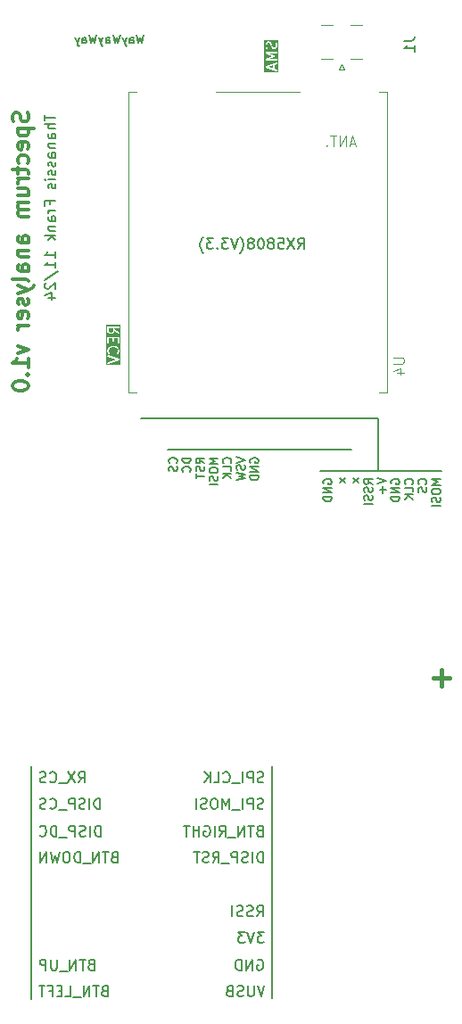
<source format=gbr>
%TF.GenerationSoftware,KiCad,Pcbnew,8.0.5*%
%TF.CreationDate,2024-11-21T22:32:41+00:00*%
%TF.ProjectId,spectrum-analyser,73706563-7472-4756-9d2d-616e616c7973,rev?*%
%TF.SameCoordinates,Original*%
%TF.FileFunction,Legend,Bot*%
%TF.FilePolarity,Positive*%
%FSLAX46Y46*%
G04 Gerber Fmt 4.6, Leading zero omitted, Abs format (unit mm)*
G04 Created by KiCad (PCBNEW 8.0.5) date 2024-11-21 22:32:41*
%MOMM*%
%LPD*%
G01*
G04 APERTURE LIST*
%ADD10C,0.150000*%
%ADD11C,0.400000*%
%ADD12C,0.300000*%
%ADD13C,0.100000*%
%ADD14C,0.200000*%
%ADD15C,0.120000*%
G04 APERTURE END LIST*
D10*
X131500000Y-103000000D02*
X131500000Y-98000000D01*
X121400000Y-131000000D02*
X121400000Y-153000000D01*
X98600000Y-131000000D02*
X98600000Y-153100000D01*
X109000000Y-98000000D02*
X131500000Y-98000000D01*
X111500000Y-101000000D02*
X129000000Y-101000000D01*
X126000000Y-103000000D02*
X137500000Y-103000000D01*
G36*
X121509104Y-64756531D02*
G01*
X121106989Y-64622493D01*
X121509104Y-64488454D01*
X121509104Y-64756531D01*
G37*
G36*
X122055930Y-65141348D02*
G01*
X120683708Y-65141348D01*
X120683708Y-64613113D01*
X120795408Y-64613113D01*
X120796074Y-64622493D01*
X120795408Y-64631873D01*
X120797103Y-64636958D01*
X120797483Y-64642303D01*
X120801687Y-64650712D01*
X120804662Y-64659636D01*
X120808173Y-64663684D01*
X120810569Y-64668476D01*
X120817673Y-64674638D01*
X120823836Y-64681743D01*
X120828627Y-64684138D01*
X120832676Y-64687650D01*
X120846102Y-64693644D01*
X121846102Y-65026977D01*
X121860438Y-65030237D01*
X121889628Y-65028162D01*
X121915802Y-65015076D01*
X121934976Y-64992968D01*
X121944230Y-64965206D01*
X121942155Y-64936016D01*
X121929068Y-64909843D01*
X121906961Y-64890669D01*
X121893536Y-64884675D01*
X121659104Y-64806531D01*
X121659104Y-64438454D01*
X121893536Y-64360311D01*
X121906961Y-64354317D01*
X121929068Y-64335143D01*
X121942155Y-64308970D01*
X121944230Y-64279780D01*
X121934976Y-64252018D01*
X121915802Y-64229910D01*
X121889628Y-64216824D01*
X121860438Y-64214749D01*
X121846102Y-64218009D01*
X120846102Y-64551342D01*
X120832676Y-64557336D01*
X120828627Y-64560847D01*
X120823836Y-64563243D01*
X120817673Y-64570347D01*
X120810569Y-64576510D01*
X120808173Y-64581301D01*
X120804662Y-64585350D01*
X120801687Y-64594273D01*
X120797483Y-64602683D01*
X120797103Y-64608027D01*
X120795408Y-64613113D01*
X120683708Y-64613113D01*
X120683708Y-63300548D01*
X120795689Y-63300548D01*
X120796260Y-63302118D01*
X120796260Y-63303792D01*
X120801241Y-63315818D01*
X120805689Y-63328049D01*
X120806818Y-63329282D01*
X120807459Y-63330828D01*
X120816664Y-63340033D01*
X120825453Y-63349630D01*
X120827435Y-63350804D01*
X120828151Y-63351520D01*
X120829787Y-63352198D01*
X120838103Y-63357124D01*
X121406750Y-63622493D01*
X120838103Y-63887862D01*
X120829787Y-63892787D01*
X120828151Y-63893466D01*
X120827435Y-63894181D01*
X120825453Y-63895356D01*
X120816664Y-63904952D01*
X120807459Y-63914158D01*
X120806818Y-63915703D01*
X120805689Y-63916937D01*
X120801241Y-63929167D01*
X120796260Y-63941194D01*
X120796260Y-63942867D01*
X120795689Y-63944438D01*
X120796260Y-63957439D01*
X120796260Y-63970458D01*
X120796899Y-63972002D01*
X120796973Y-63973674D01*
X120802479Y-63985472D01*
X120807459Y-63997494D01*
X120808641Y-63998676D01*
X120809349Y-64000192D01*
X120818945Y-64008980D01*
X120828151Y-64018186D01*
X120829696Y-64018826D01*
X120830930Y-64019956D01*
X120843160Y-64024403D01*
X120855187Y-64029385D01*
X120857482Y-64029611D01*
X120858431Y-64029956D01*
X120860197Y-64029878D01*
X120869819Y-64030826D01*
X121869819Y-64030826D01*
X121884451Y-64029385D01*
X121911487Y-64018186D01*
X121932179Y-63997494D01*
X121943378Y-63970458D01*
X121943378Y-63941194D01*
X121932179Y-63914158D01*
X121911487Y-63893466D01*
X121884451Y-63882267D01*
X121869819Y-63880826D01*
X121207887Y-63880826D01*
X121615821Y-63690457D01*
X121621180Y-63687282D01*
X121622993Y-63686623D01*
X121624275Y-63685448D01*
X121628471Y-63682963D01*
X121636168Y-63674557D01*
X121644575Y-63666859D01*
X121645984Y-63663838D01*
X121648234Y-63661382D01*
X121652128Y-63650672D01*
X121656950Y-63640341D01*
X121657096Y-63637012D01*
X121658235Y-63633881D01*
X121657734Y-63622493D01*
X121658235Y-63611105D01*
X121657096Y-63607973D01*
X121656950Y-63604645D01*
X121652128Y-63594313D01*
X121648234Y-63583604D01*
X121645984Y-63581147D01*
X121644575Y-63578127D01*
X121636168Y-63570428D01*
X121628471Y-63562023D01*
X121624275Y-63559537D01*
X121622993Y-63558363D01*
X121621180Y-63557703D01*
X121615821Y-63554529D01*
X121207887Y-63364160D01*
X121869819Y-63364160D01*
X121884451Y-63362719D01*
X121911487Y-63351520D01*
X121932179Y-63330828D01*
X121943378Y-63303792D01*
X121943378Y-63274528D01*
X121932179Y-63247492D01*
X121911487Y-63226800D01*
X121884451Y-63215601D01*
X121869819Y-63214160D01*
X120869819Y-63214160D01*
X120860197Y-63215107D01*
X120858431Y-63215030D01*
X120857482Y-63215374D01*
X120855187Y-63215601D01*
X120843160Y-63220582D01*
X120830930Y-63225030D01*
X120829696Y-63226159D01*
X120828151Y-63226800D01*
X120818945Y-63236005D01*
X120809349Y-63244794D01*
X120808641Y-63246309D01*
X120807459Y-63247492D01*
X120802479Y-63259513D01*
X120796973Y-63271312D01*
X120796899Y-63272983D01*
X120796260Y-63274528D01*
X120796260Y-63287546D01*
X120795689Y-63300548D01*
X120683708Y-63300548D01*
X120683708Y-62479636D01*
X120794819Y-62479636D01*
X120794819Y-62717731D01*
X120795548Y-62725136D01*
X120795408Y-62727111D01*
X120795998Y-62729708D01*
X120796260Y-62732363D01*
X120797018Y-62734194D01*
X120798668Y-62741448D01*
X120846287Y-62884305D01*
X120852281Y-62897730D01*
X120871455Y-62919837D01*
X120897628Y-62932924D01*
X120926818Y-62934999D01*
X120954580Y-62925745D01*
X120976688Y-62906571D01*
X120989774Y-62880397D01*
X120991849Y-62851207D01*
X120988589Y-62836870D01*
X120944819Y-62705560D01*
X120944819Y-62497341D01*
X120979077Y-62428825D01*
X121009484Y-62398418D01*
X121078000Y-62364160D01*
X121137828Y-62364160D01*
X121206344Y-62398418D01*
X121236751Y-62428825D01*
X121275244Y-62505812D01*
X121320867Y-62688302D01*
X121321252Y-62689381D01*
X121321291Y-62689921D01*
X121323618Y-62696002D01*
X121325814Y-62702148D01*
X121326136Y-62702583D01*
X121326546Y-62703653D01*
X121374165Y-62798891D01*
X121378129Y-62805190D01*
X121378887Y-62807018D01*
X121380575Y-62809074D01*
X121381997Y-62811334D01*
X121383495Y-62812633D01*
X121388214Y-62818383D01*
X121435833Y-62866002D01*
X121441582Y-62870720D01*
X121442882Y-62872219D01*
X121445141Y-62873640D01*
X121447198Y-62875329D01*
X121449025Y-62876086D01*
X121455325Y-62880051D01*
X121550563Y-62927670D01*
X121564294Y-62932925D01*
X121566983Y-62933116D01*
X121569472Y-62934147D01*
X121584104Y-62935588D01*
X121679342Y-62935588D01*
X121693974Y-62934147D01*
X121696463Y-62933115D01*
X121699151Y-62932925D01*
X121712883Y-62927670D01*
X121808121Y-62880051D01*
X121814417Y-62876087D01*
X121816247Y-62875330D01*
X121818305Y-62873640D01*
X121820564Y-62872219D01*
X121821863Y-62870720D01*
X121827612Y-62866003D01*
X121875232Y-62818384D01*
X121879950Y-62812634D01*
X121881450Y-62811334D01*
X121882872Y-62809074D01*
X121884560Y-62807018D01*
X121885317Y-62805190D01*
X121889282Y-62798891D01*
X121936901Y-62703653D01*
X121942156Y-62689922D01*
X121942347Y-62687232D01*
X121943378Y-62684744D01*
X121944819Y-62670112D01*
X121944819Y-62432017D01*
X121944089Y-62424610D01*
X121944230Y-62422636D01*
X121943639Y-62420038D01*
X121943378Y-62417385D01*
X121942619Y-62415554D01*
X121940970Y-62408299D01*
X121893351Y-62265443D01*
X121887357Y-62252017D01*
X121868183Y-62229910D01*
X121842010Y-62216824D01*
X121812820Y-62214749D01*
X121785057Y-62224003D01*
X121762950Y-62243177D01*
X121749864Y-62269350D01*
X121747789Y-62298540D01*
X121751049Y-62312877D01*
X121794819Y-62444187D01*
X121794819Y-62652407D01*
X121760561Y-62720922D01*
X121730153Y-62751329D01*
X121661637Y-62785588D01*
X121601809Y-62785588D01*
X121533293Y-62751330D01*
X121502886Y-62720923D01*
X121464392Y-62643936D01*
X121418770Y-62461446D01*
X121418384Y-62460366D01*
X121418346Y-62459826D01*
X121416015Y-62453736D01*
X121413823Y-62447600D01*
X121413500Y-62447164D01*
X121413091Y-62446095D01*
X121365472Y-62350857D01*
X121361507Y-62344557D01*
X121360750Y-62342730D01*
X121359061Y-62340673D01*
X121357640Y-62338414D01*
X121356141Y-62337114D01*
X121351423Y-62331365D01*
X121303804Y-62283746D01*
X121298054Y-62279027D01*
X121296755Y-62277529D01*
X121294495Y-62276107D01*
X121292439Y-62274419D01*
X121290611Y-62273661D01*
X121284312Y-62269697D01*
X121189074Y-62222078D01*
X121175342Y-62216823D01*
X121172654Y-62216632D01*
X121170165Y-62215601D01*
X121155533Y-62214160D01*
X121060295Y-62214160D01*
X121045663Y-62215601D01*
X121043174Y-62216631D01*
X121040485Y-62216823D01*
X121026754Y-62222078D01*
X120931516Y-62269697D01*
X120925216Y-62273661D01*
X120923389Y-62274419D01*
X120921332Y-62276107D01*
X120919073Y-62277529D01*
X120917773Y-62279027D01*
X120912024Y-62283746D01*
X120864405Y-62331365D01*
X120859686Y-62337114D01*
X120858188Y-62338414D01*
X120856766Y-62340673D01*
X120855078Y-62342730D01*
X120854320Y-62344557D01*
X120850356Y-62350857D01*
X120802737Y-62446095D01*
X120797482Y-62459827D01*
X120797291Y-62462514D01*
X120796260Y-62465004D01*
X120794819Y-62479636D01*
X120683708Y-62479636D01*
X120683708Y-62103049D01*
X122055930Y-62103049D01*
X122055930Y-65141348D01*
G37*
X120706077Y-151869819D02*
X120372744Y-152869819D01*
X120372744Y-152869819D02*
X120039411Y-151869819D01*
X119706077Y-151869819D02*
X119706077Y-152679342D01*
X119706077Y-152679342D02*
X119658458Y-152774580D01*
X119658458Y-152774580D02*
X119610839Y-152822200D01*
X119610839Y-152822200D02*
X119515601Y-152869819D01*
X119515601Y-152869819D02*
X119325125Y-152869819D01*
X119325125Y-152869819D02*
X119229887Y-152822200D01*
X119229887Y-152822200D02*
X119182268Y-152774580D01*
X119182268Y-152774580D02*
X119134649Y-152679342D01*
X119134649Y-152679342D02*
X119134649Y-151869819D01*
X118706077Y-152822200D02*
X118563220Y-152869819D01*
X118563220Y-152869819D02*
X118325125Y-152869819D01*
X118325125Y-152869819D02*
X118229887Y-152822200D01*
X118229887Y-152822200D02*
X118182268Y-152774580D01*
X118182268Y-152774580D02*
X118134649Y-152679342D01*
X118134649Y-152679342D02*
X118134649Y-152584104D01*
X118134649Y-152584104D02*
X118182268Y-152488866D01*
X118182268Y-152488866D02*
X118229887Y-152441247D01*
X118229887Y-152441247D02*
X118325125Y-152393628D01*
X118325125Y-152393628D02*
X118515601Y-152346009D01*
X118515601Y-152346009D02*
X118610839Y-152298390D01*
X118610839Y-152298390D02*
X118658458Y-152250771D01*
X118658458Y-152250771D02*
X118706077Y-152155533D01*
X118706077Y-152155533D02*
X118706077Y-152060295D01*
X118706077Y-152060295D02*
X118658458Y-151965057D01*
X118658458Y-151965057D02*
X118610839Y-151917438D01*
X118610839Y-151917438D02*
X118515601Y-151869819D01*
X118515601Y-151869819D02*
X118277506Y-151869819D01*
X118277506Y-151869819D02*
X118134649Y-151917438D01*
X117372744Y-152346009D02*
X117229887Y-152393628D01*
X117229887Y-152393628D02*
X117182268Y-152441247D01*
X117182268Y-152441247D02*
X117134649Y-152536485D01*
X117134649Y-152536485D02*
X117134649Y-152679342D01*
X117134649Y-152679342D02*
X117182268Y-152774580D01*
X117182268Y-152774580D02*
X117229887Y-152822200D01*
X117229887Y-152822200D02*
X117325125Y-152869819D01*
X117325125Y-152869819D02*
X117706077Y-152869819D01*
X117706077Y-152869819D02*
X117706077Y-151869819D01*
X117706077Y-151869819D02*
X117372744Y-151869819D01*
X117372744Y-151869819D02*
X117277506Y-151917438D01*
X117277506Y-151917438D02*
X117229887Y-151965057D01*
X117229887Y-151965057D02*
X117182268Y-152060295D01*
X117182268Y-152060295D02*
X117182268Y-152155533D01*
X117182268Y-152155533D02*
X117229887Y-152250771D01*
X117229887Y-152250771D02*
X117277506Y-152298390D01*
X117277506Y-152298390D02*
X117372744Y-152346009D01*
X117372744Y-152346009D02*
X117706077Y-152346009D01*
X106436779Y-139646009D02*
X106293922Y-139693628D01*
X106293922Y-139693628D02*
X106246303Y-139741247D01*
X106246303Y-139741247D02*
X106198684Y-139836485D01*
X106198684Y-139836485D02*
X106198684Y-139979342D01*
X106198684Y-139979342D02*
X106246303Y-140074580D01*
X106246303Y-140074580D02*
X106293922Y-140122200D01*
X106293922Y-140122200D02*
X106389160Y-140169819D01*
X106389160Y-140169819D02*
X106770112Y-140169819D01*
X106770112Y-140169819D02*
X106770112Y-139169819D01*
X106770112Y-139169819D02*
X106436779Y-139169819D01*
X106436779Y-139169819D02*
X106341541Y-139217438D01*
X106341541Y-139217438D02*
X106293922Y-139265057D01*
X106293922Y-139265057D02*
X106246303Y-139360295D01*
X106246303Y-139360295D02*
X106246303Y-139455533D01*
X106246303Y-139455533D02*
X106293922Y-139550771D01*
X106293922Y-139550771D02*
X106341541Y-139598390D01*
X106341541Y-139598390D02*
X106436779Y-139646009D01*
X106436779Y-139646009D02*
X106770112Y-139646009D01*
X105912969Y-139169819D02*
X105341541Y-139169819D01*
X105627255Y-140169819D02*
X105627255Y-139169819D01*
X105008207Y-140169819D02*
X105008207Y-139169819D01*
X105008207Y-139169819D02*
X104436779Y-140169819D01*
X104436779Y-140169819D02*
X104436779Y-139169819D01*
X104198684Y-140265057D02*
X103436779Y-140265057D01*
X103198683Y-140169819D02*
X103198683Y-139169819D01*
X103198683Y-139169819D02*
X102960588Y-139169819D01*
X102960588Y-139169819D02*
X102817731Y-139217438D01*
X102817731Y-139217438D02*
X102722493Y-139312676D01*
X102722493Y-139312676D02*
X102674874Y-139407914D01*
X102674874Y-139407914D02*
X102627255Y-139598390D01*
X102627255Y-139598390D02*
X102627255Y-139741247D01*
X102627255Y-139741247D02*
X102674874Y-139931723D01*
X102674874Y-139931723D02*
X102722493Y-140026961D01*
X102722493Y-140026961D02*
X102817731Y-140122200D01*
X102817731Y-140122200D02*
X102960588Y-140169819D01*
X102960588Y-140169819D02*
X103198683Y-140169819D01*
X102008207Y-139169819D02*
X101817731Y-139169819D01*
X101817731Y-139169819D02*
X101722493Y-139217438D01*
X101722493Y-139217438D02*
X101627255Y-139312676D01*
X101627255Y-139312676D02*
X101579636Y-139503152D01*
X101579636Y-139503152D02*
X101579636Y-139836485D01*
X101579636Y-139836485D02*
X101627255Y-140026961D01*
X101627255Y-140026961D02*
X101722493Y-140122200D01*
X101722493Y-140122200D02*
X101817731Y-140169819D01*
X101817731Y-140169819D02*
X102008207Y-140169819D01*
X102008207Y-140169819D02*
X102103445Y-140122200D01*
X102103445Y-140122200D02*
X102198683Y-140026961D01*
X102198683Y-140026961D02*
X102246302Y-139836485D01*
X102246302Y-139836485D02*
X102246302Y-139503152D01*
X102246302Y-139503152D02*
X102198683Y-139312676D01*
X102198683Y-139312676D02*
X102103445Y-139217438D01*
X102103445Y-139217438D02*
X102008207Y-139169819D01*
X101246302Y-139169819D02*
X101008207Y-140169819D01*
X101008207Y-140169819D02*
X100817731Y-139455533D01*
X100817731Y-139455533D02*
X100627255Y-140169819D01*
X100627255Y-140169819D02*
X100389160Y-139169819D01*
X100008207Y-140169819D02*
X100008207Y-139169819D01*
X100008207Y-139169819D02*
X99436779Y-140169819D01*
X99436779Y-140169819D02*
X99436779Y-139169819D01*
X120039411Y-149417438D02*
X120134649Y-149369819D01*
X120134649Y-149369819D02*
X120277506Y-149369819D01*
X120277506Y-149369819D02*
X120420363Y-149417438D01*
X120420363Y-149417438D02*
X120515601Y-149512676D01*
X120515601Y-149512676D02*
X120563220Y-149607914D01*
X120563220Y-149607914D02*
X120610839Y-149798390D01*
X120610839Y-149798390D02*
X120610839Y-149941247D01*
X120610839Y-149941247D02*
X120563220Y-150131723D01*
X120563220Y-150131723D02*
X120515601Y-150226961D01*
X120515601Y-150226961D02*
X120420363Y-150322200D01*
X120420363Y-150322200D02*
X120277506Y-150369819D01*
X120277506Y-150369819D02*
X120182268Y-150369819D01*
X120182268Y-150369819D02*
X120039411Y-150322200D01*
X120039411Y-150322200D02*
X119991792Y-150274580D01*
X119991792Y-150274580D02*
X119991792Y-149941247D01*
X119991792Y-149941247D02*
X120182268Y-149941247D01*
X119563220Y-150369819D02*
X119563220Y-149369819D01*
X119563220Y-149369819D02*
X118991792Y-150369819D01*
X118991792Y-150369819D02*
X118991792Y-149369819D01*
X118515601Y-150369819D02*
X118515601Y-149369819D01*
X118515601Y-149369819D02*
X118277506Y-149369819D01*
X118277506Y-149369819D02*
X118134649Y-149417438D01*
X118134649Y-149417438D02*
X118039411Y-149512676D01*
X118039411Y-149512676D02*
X117991792Y-149607914D01*
X117991792Y-149607914D02*
X117944173Y-149798390D01*
X117944173Y-149798390D02*
X117944173Y-149941247D01*
X117944173Y-149941247D02*
X117991792Y-150131723D01*
X117991792Y-150131723D02*
X118039411Y-150226961D01*
X118039411Y-150226961D02*
X118134649Y-150322200D01*
X118134649Y-150322200D02*
X118277506Y-150369819D01*
X118277506Y-150369819D02*
X118515601Y-150369819D01*
X120610839Y-132522200D02*
X120467982Y-132569819D01*
X120467982Y-132569819D02*
X120229887Y-132569819D01*
X120229887Y-132569819D02*
X120134649Y-132522200D01*
X120134649Y-132522200D02*
X120087030Y-132474580D01*
X120087030Y-132474580D02*
X120039411Y-132379342D01*
X120039411Y-132379342D02*
X120039411Y-132284104D01*
X120039411Y-132284104D02*
X120087030Y-132188866D01*
X120087030Y-132188866D02*
X120134649Y-132141247D01*
X120134649Y-132141247D02*
X120229887Y-132093628D01*
X120229887Y-132093628D02*
X120420363Y-132046009D01*
X120420363Y-132046009D02*
X120515601Y-131998390D01*
X120515601Y-131998390D02*
X120563220Y-131950771D01*
X120563220Y-131950771D02*
X120610839Y-131855533D01*
X120610839Y-131855533D02*
X120610839Y-131760295D01*
X120610839Y-131760295D02*
X120563220Y-131665057D01*
X120563220Y-131665057D02*
X120515601Y-131617438D01*
X120515601Y-131617438D02*
X120420363Y-131569819D01*
X120420363Y-131569819D02*
X120182268Y-131569819D01*
X120182268Y-131569819D02*
X120039411Y-131617438D01*
X119610839Y-132569819D02*
X119610839Y-131569819D01*
X119610839Y-131569819D02*
X119229887Y-131569819D01*
X119229887Y-131569819D02*
X119134649Y-131617438D01*
X119134649Y-131617438D02*
X119087030Y-131665057D01*
X119087030Y-131665057D02*
X119039411Y-131760295D01*
X119039411Y-131760295D02*
X119039411Y-131903152D01*
X119039411Y-131903152D02*
X119087030Y-131998390D01*
X119087030Y-131998390D02*
X119134649Y-132046009D01*
X119134649Y-132046009D02*
X119229887Y-132093628D01*
X119229887Y-132093628D02*
X119610839Y-132093628D01*
X118610839Y-132569819D02*
X118610839Y-131569819D01*
X118372745Y-132665057D02*
X117610840Y-132665057D01*
X116801316Y-132474580D02*
X116848935Y-132522200D01*
X116848935Y-132522200D02*
X116991792Y-132569819D01*
X116991792Y-132569819D02*
X117087030Y-132569819D01*
X117087030Y-132569819D02*
X117229887Y-132522200D01*
X117229887Y-132522200D02*
X117325125Y-132426961D01*
X117325125Y-132426961D02*
X117372744Y-132331723D01*
X117372744Y-132331723D02*
X117420363Y-132141247D01*
X117420363Y-132141247D02*
X117420363Y-131998390D01*
X117420363Y-131998390D02*
X117372744Y-131807914D01*
X117372744Y-131807914D02*
X117325125Y-131712676D01*
X117325125Y-131712676D02*
X117229887Y-131617438D01*
X117229887Y-131617438D02*
X117087030Y-131569819D01*
X117087030Y-131569819D02*
X116991792Y-131569819D01*
X116991792Y-131569819D02*
X116848935Y-131617438D01*
X116848935Y-131617438D02*
X116801316Y-131665057D01*
X115896554Y-132569819D02*
X116372744Y-132569819D01*
X116372744Y-132569819D02*
X116372744Y-131569819D01*
X115563220Y-132569819D02*
X115563220Y-131569819D01*
X114991792Y-132569819D02*
X115420363Y-131998390D01*
X114991792Y-131569819D02*
X115563220Y-132141247D01*
G36*
X106318628Y-89700026D02*
G01*
X106284370Y-89768542D01*
X106253963Y-89798949D01*
X106185447Y-89833207D01*
X106078000Y-89833207D01*
X106009484Y-89798949D01*
X105979077Y-89768542D01*
X105944819Y-89700026D01*
X105944819Y-89411779D01*
X106318628Y-89411779D01*
X106318628Y-89700026D01*
G37*
G36*
X107055930Y-92950872D02*
G01*
X105683708Y-92950872D01*
X105683708Y-92089304D01*
X105795408Y-92089304D01*
X105797483Y-92118494D01*
X105810569Y-92144667D01*
X105832676Y-92163841D01*
X105846102Y-92169835D01*
X106632648Y-92432017D01*
X105846102Y-92694199D01*
X105832676Y-92700193D01*
X105810569Y-92719367D01*
X105797483Y-92745540D01*
X105795408Y-92774730D01*
X105804662Y-92802493D01*
X105823836Y-92824600D01*
X105850009Y-92837686D01*
X105879199Y-92839761D01*
X105893536Y-92836501D01*
X106893536Y-92503168D01*
X106906961Y-92497174D01*
X106911008Y-92493663D01*
X106915802Y-92491267D01*
X106921966Y-92484159D01*
X106929068Y-92478000D01*
X106931463Y-92473208D01*
X106934976Y-92469159D01*
X106937950Y-92460236D01*
X106942155Y-92451827D01*
X106942534Y-92446482D01*
X106944230Y-92441397D01*
X106943563Y-92432017D01*
X106944230Y-92422637D01*
X106942534Y-92417551D01*
X106942155Y-92412207D01*
X106937950Y-92403797D01*
X106934976Y-92394875D01*
X106931463Y-92390825D01*
X106929068Y-92386034D01*
X106921966Y-92379874D01*
X106915802Y-92372767D01*
X106911008Y-92370370D01*
X106906961Y-92366860D01*
X106893536Y-92360866D01*
X105893536Y-92027533D01*
X105879199Y-92024273D01*
X105850009Y-92026348D01*
X105823836Y-92039434D01*
X105804662Y-92061541D01*
X105795408Y-92089304D01*
X105683708Y-92089304D01*
X105683708Y-91527255D01*
X105794819Y-91527255D01*
X105794819Y-91622493D01*
X105795548Y-91629898D01*
X105795408Y-91631873D01*
X105795998Y-91634470D01*
X105796260Y-91637125D01*
X105797018Y-91638956D01*
X105798668Y-91646210D01*
X105846287Y-91789067D01*
X105852281Y-91802492D01*
X105854046Y-91804527D01*
X105855078Y-91807018D01*
X105864405Y-91818383D01*
X105912024Y-91866002D01*
X105923389Y-91875329D01*
X105950425Y-91886528D01*
X105979688Y-91886528D01*
X106006724Y-91875329D01*
X106027417Y-91854636D01*
X106038616Y-91827600D01*
X106038616Y-91798337D01*
X106027417Y-91771301D01*
X106018090Y-91759936D01*
X105982990Y-91724836D01*
X105944819Y-91610322D01*
X105944819Y-91539425D01*
X105982990Y-91424911D01*
X106057103Y-91350799D01*
X106134090Y-91312305D01*
X106307624Y-91268922D01*
X106432013Y-91268922D01*
X106605547Y-91312305D01*
X106682534Y-91350799D01*
X106756648Y-91424912D01*
X106794819Y-91539425D01*
X106794819Y-91610323D01*
X106756648Y-91724835D01*
X106721548Y-91759935D01*
X106712220Y-91771301D01*
X106701021Y-91798337D01*
X106701021Y-91827600D01*
X106712219Y-91854636D01*
X106732912Y-91875329D01*
X106759948Y-91886528D01*
X106789211Y-91886528D01*
X106816247Y-91875330D01*
X106827612Y-91866003D01*
X106875232Y-91818384D01*
X106884560Y-91807018D01*
X106885590Y-91804529D01*
X106887357Y-91802493D01*
X106893351Y-91789067D01*
X106940970Y-91646211D01*
X106942619Y-91638955D01*
X106943378Y-91637125D01*
X106943639Y-91634471D01*
X106944230Y-91631874D01*
X106944089Y-91629899D01*
X106944819Y-91622493D01*
X106944819Y-91527255D01*
X106944089Y-91519848D01*
X106944230Y-91517874D01*
X106943639Y-91515276D01*
X106943378Y-91512623D01*
X106942619Y-91510792D01*
X106940970Y-91503537D01*
X106893351Y-91360681D01*
X106887357Y-91347255D01*
X106885592Y-91345220D01*
X106884561Y-91342730D01*
X106875233Y-91331365D01*
X106779994Y-91236127D01*
X106774244Y-91231408D01*
X106772945Y-91229910D01*
X106770686Y-91228488D01*
X106768628Y-91226799D01*
X106766798Y-91226041D01*
X106760502Y-91222078D01*
X106665264Y-91174459D01*
X106664194Y-91174049D01*
X106663759Y-91173727D01*
X106657613Y-91171531D01*
X106651532Y-91169204D01*
X106650992Y-91169165D01*
X106649913Y-91168780D01*
X106459437Y-91121161D01*
X106456900Y-91120785D01*
X106455879Y-91120363D01*
X106450366Y-91119820D01*
X106444893Y-91119011D01*
X106443800Y-91119173D01*
X106441247Y-91118922D01*
X106298390Y-91118922D01*
X106295836Y-91119173D01*
X106294744Y-91119011D01*
X106289270Y-91119820D01*
X106283758Y-91120363D01*
X106282736Y-91120785D01*
X106280200Y-91121161D01*
X106089724Y-91168780D01*
X106088644Y-91169165D01*
X106088104Y-91169204D01*
X106082014Y-91171534D01*
X106075878Y-91173727D01*
X106075442Y-91174049D01*
X106074373Y-91174459D01*
X105979135Y-91222078D01*
X105972840Y-91226040D01*
X105971008Y-91226799D01*
X105968946Y-91228490D01*
X105966692Y-91229910D01*
X105965393Y-91231406D01*
X105959643Y-91236127D01*
X105864405Y-91331365D01*
X105855078Y-91342730D01*
X105854046Y-91345220D01*
X105852281Y-91347256D01*
X105846287Y-91360681D01*
X105798668Y-91503538D01*
X105797018Y-91510791D01*
X105796260Y-91512623D01*
X105795998Y-91515277D01*
X105795408Y-91517875D01*
X105795548Y-91519849D01*
X105794819Y-91527255D01*
X105683708Y-91527255D01*
X105683708Y-90336779D01*
X105794819Y-90336779D01*
X105794819Y-90812969D01*
X105796260Y-90827601D01*
X105807459Y-90854637D01*
X105828151Y-90875329D01*
X105855187Y-90886528D01*
X105884451Y-90886528D01*
X105911487Y-90875329D01*
X105932179Y-90854637D01*
X105943378Y-90827601D01*
X105944819Y-90812969D01*
X105944819Y-90411779D01*
X106271009Y-90411779D01*
X106271009Y-90670112D01*
X106272450Y-90684744D01*
X106283649Y-90711780D01*
X106304341Y-90732472D01*
X106331377Y-90743671D01*
X106360641Y-90743671D01*
X106387677Y-90732472D01*
X106408369Y-90711780D01*
X106419568Y-90684744D01*
X106421009Y-90670112D01*
X106421009Y-90411779D01*
X106794819Y-90411779D01*
X106794819Y-90812969D01*
X106796260Y-90827601D01*
X106807459Y-90854637D01*
X106828151Y-90875329D01*
X106855187Y-90886528D01*
X106884451Y-90886528D01*
X106911487Y-90875329D01*
X106932179Y-90854637D01*
X106943378Y-90827601D01*
X106944819Y-90812969D01*
X106944819Y-90336779D01*
X106943378Y-90322147D01*
X106932179Y-90295111D01*
X106911487Y-90274419D01*
X106884451Y-90263220D01*
X106869819Y-90261779D01*
X105869819Y-90261779D01*
X105855187Y-90263220D01*
X105828151Y-90274419D01*
X105807459Y-90295111D01*
X105796260Y-90322147D01*
X105794819Y-90336779D01*
X105683708Y-90336779D01*
X105683708Y-89336779D01*
X105794819Y-89336779D01*
X105794819Y-89717731D01*
X105796260Y-89732363D01*
X105797291Y-89734852D01*
X105797482Y-89737540D01*
X105802737Y-89751272D01*
X105850356Y-89846510D01*
X105854320Y-89852809D01*
X105855078Y-89854637D01*
X105856766Y-89856693D01*
X105858188Y-89858953D01*
X105859686Y-89860252D01*
X105864405Y-89866002D01*
X105912024Y-89913621D01*
X105917773Y-89918339D01*
X105919073Y-89919838D01*
X105921332Y-89921259D01*
X105923389Y-89922948D01*
X105925216Y-89923705D01*
X105931516Y-89927670D01*
X106026754Y-89975289D01*
X106040485Y-89980544D01*
X106043174Y-89980735D01*
X106045663Y-89981766D01*
X106060295Y-89983207D01*
X106203152Y-89983207D01*
X106217784Y-89981766D01*
X106220273Y-89980734D01*
X106222961Y-89980544D01*
X106236693Y-89975289D01*
X106331931Y-89927670D01*
X106338230Y-89923705D01*
X106340058Y-89922948D01*
X106342114Y-89921259D01*
X106344374Y-89919838D01*
X106345673Y-89918339D01*
X106351423Y-89913621D01*
X106399042Y-89866002D01*
X106403760Y-89860252D01*
X106405259Y-89858953D01*
X106406680Y-89856693D01*
X106408369Y-89854637D01*
X106409126Y-89852809D01*
X106413091Y-89846510D01*
X106460710Y-89751272D01*
X106465965Y-89737541D01*
X106466156Y-89734851D01*
X106467187Y-89732363D01*
X106468518Y-89718846D01*
X106826810Y-89969650D01*
X106839623Y-89976860D01*
X106868194Y-89983189D01*
X106897012Y-89978104D01*
X106921690Y-89962377D01*
X106938472Y-89938403D01*
X106944802Y-89909832D01*
X106939716Y-89881015D01*
X106923989Y-89856336D01*
X106912829Y-89846765D01*
X106468628Y-89535824D01*
X106468628Y-89411779D01*
X106869819Y-89411779D01*
X106884451Y-89410338D01*
X106911487Y-89399139D01*
X106932179Y-89378447D01*
X106943378Y-89351411D01*
X106943378Y-89322147D01*
X106932179Y-89295111D01*
X106911487Y-89274419D01*
X106884451Y-89263220D01*
X106869819Y-89261779D01*
X105869819Y-89261779D01*
X105855187Y-89263220D01*
X105828151Y-89274419D01*
X105807459Y-89295111D01*
X105796260Y-89322147D01*
X105794819Y-89336779D01*
X105683708Y-89336779D01*
X105683708Y-89150668D01*
X107055930Y-89150668D01*
X107055930Y-92950872D01*
G37*
X120610839Y-135022200D02*
X120467982Y-135069819D01*
X120467982Y-135069819D02*
X120229887Y-135069819D01*
X120229887Y-135069819D02*
X120134649Y-135022200D01*
X120134649Y-135022200D02*
X120087030Y-134974580D01*
X120087030Y-134974580D02*
X120039411Y-134879342D01*
X120039411Y-134879342D02*
X120039411Y-134784104D01*
X120039411Y-134784104D02*
X120087030Y-134688866D01*
X120087030Y-134688866D02*
X120134649Y-134641247D01*
X120134649Y-134641247D02*
X120229887Y-134593628D01*
X120229887Y-134593628D02*
X120420363Y-134546009D01*
X120420363Y-134546009D02*
X120515601Y-134498390D01*
X120515601Y-134498390D02*
X120563220Y-134450771D01*
X120563220Y-134450771D02*
X120610839Y-134355533D01*
X120610839Y-134355533D02*
X120610839Y-134260295D01*
X120610839Y-134260295D02*
X120563220Y-134165057D01*
X120563220Y-134165057D02*
X120515601Y-134117438D01*
X120515601Y-134117438D02*
X120420363Y-134069819D01*
X120420363Y-134069819D02*
X120182268Y-134069819D01*
X120182268Y-134069819D02*
X120039411Y-134117438D01*
X119610839Y-135069819D02*
X119610839Y-134069819D01*
X119610839Y-134069819D02*
X119229887Y-134069819D01*
X119229887Y-134069819D02*
X119134649Y-134117438D01*
X119134649Y-134117438D02*
X119087030Y-134165057D01*
X119087030Y-134165057D02*
X119039411Y-134260295D01*
X119039411Y-134260295D02*
X119039411Y-134403152D01*
X119039411Y-134403152D02*
X119087030Y-134498390D01*
X119087030Y-134498390D02*
X119134649Y-134546009D01*
X119134649Y-134546009D02*
X119229887Y-134593628D01*
X119229887Y-134593628D02*
X119610839Y-134593628D01*
X118610839Y-135069819D02*
X118610839Y-134069819D01*
X118372745Y-135165057D02*
X117610840Y-135165057D01*
X117372744Y-135069819D02*
X117372744Y-134069819D01*
X117372744Y-134069819D02*
X117039411Y-134784104D01*
X117039411Y-134784104D02*
X116706078Y-134069819D01*
X116706078Y-134069819D02*
X116706078Y-135069819D01*
X116039411Y-134069819D02*
X115848935Y-134069819D01*
X115848935Y-134069819D02*
X115753697Y-134117438D01*
X115753697Y-134117438D02*
X115658459Y-134212676D01*
X115658459Y-134212676D02*
X115610840Y-134403152D01*
X115610840Y-134403152D02*
X115610840Y-134736485D01*
X115610840Y-134736485D02*
X115658459Y-134926961D01*
X115658459Y-134926961D02*
X115753697Y-135022200D01*
X115753697Y-135022200D02*
X115848935Y-135069819D01*
X115848935Y-135069819D02*
X116039411Y-135069819D01*
X116039411Y-135069819D02*
X116134649Y-135022200D01*
X116134649Y-135022200D02*
X116229887Y-134926961D01*
X116229887Y-134926961D02*
X116277506Y-134736485D01*
X116277506Y-134736485D02*
X116277506Y-134403152D01*
X116277506Y-134403152D02*
X116229887Y-134212676D01*
X116229887Y-134212676D02*
X116134649Y-134117438D01*
X116134649Y-134117438D02*
X116039411Y-134069819D01*
X115229887Y-135022200D02*
X115087030Y-135069819D01*
X115087030Y-135069819D02*
X114848935Y-135069819D01*
X114848935Y-135069819D02*
X114753697Y-135022200D01*
X114753697Y-135022200D02*
X114706078Y-134974580D01*
X114706078Y-134974580D02*
X114658459Y-134879342D01*
X114658459Y-134879342D02*
X114658459Y-134784104D01*
X114658459Y-134784104D02*
X114706078Y-134688866D01*
X114706078Y-134688866D02*
X114753697Y-134641247D01*
X114753697Y-134641247D02*
X114848935Y-134593628D01*
X114848935Y-134593628D02*
X115039411Y-134546009D01*
X115039411Y-134546009D02*
X115134649Y-134498390D01*
X115134649Y-134498390D02*
X115182268Y-134450771D01*
X115182268Y-134450771D02*
X115229887Y-134355533D01*
X115229887Y-134355533D02*
X115229887Y-134260295D01*
X115229887Y-134260295D02*
X115182268Y-134165057D01*
X115182268Y-134165057D02*
X115134649Y-134117438D01*
X115134649Y-134117438D02*
X115039411Y-134069819D01*
X115039411Y-134069819D02*
X114801316Y-134069819D01*
X114801316Y-134069819D02*
X114658459Y-134117438D01*
X114229887Y-135069819D02*
X114229887Y-134069819D01*
X105103445Y-135069819D02*
X105103445Y-134069819D01*
X105103445Y-134069819D02*
X104865350Y-134069819D01*
X104865350Y-134069819D02*
X104722493Y-134117438D01*
X104722493Y-134117438D02*
X104627255Y-134212676D01*
X104627255Y-134212676D02*
X104579636Y-134307914D01*
X104579636Y-134307914D02*
X104532017Y-134498390D01*
X104532017Y-134498390D02*
X104532017Y-134641247D01*
X104532017Y-134641247D02*
X104579636Y-134831723D01*
X104579636Y-134831723D02*
X104627255Y-134926961D01*
X104627255Y-134926961D02*
X104722493Y-135022200D01*
X104722493Y-135022200D02*
X104865350Y-135069819D01*
X104865350Y-135069819D02*
X105103445Y-135069819D01*
X104103445Y-135069819D02*
X104103445Y-134069819D01*
X103674874Y-135022200D02*
X103532017Y-135069819D01*
X103532017Y-135069819D02*
X103293922Y-135069819D01*
X103293922Y-135069819D02*
X103198684Y-135022200D01*
X103198684Y-135022200D02*
X103151065Y-134974580D01*
X103151065Y-134974580D02*
X103103446Y-134879342D01*
X103103446Y-134879342D02*
X103103446Y-134784104D01*
X103103446Y-134784104D02*
X103151065Y-134688866D01*
X103151065Y-134688866D02*
X103198684Y-134641247D01*
X103198684Y-134641247D02*
X103293922Y-134593628D01*
X103293922Y-134593628D02*
X103484398Y-134546009D01*
X103484398Y-134546009D02*
X103579636Y-134498390D01*
X103579636Y-134498390D02*
X103627255Y-134450771D01*
X103627255Y-134450771D02*
X103674874Y-134355533D01*
X103674874Y-134355533D02*
X103674874Y-134260295D01*
X103674874Y-134260295D02*
X103627255Y-134165057D01*
X103627255Y-134165057D02*
X103579636Y-134117438D01*
X103579636Y-134117438D02*
X103484398Y-134069819D01*
X103484398Y-134069819D02*
X103246303Y-134069819D01*
X103246303Y-134069819D02*
X103103446Y-134117438D01*
X102674874Y-135069819D02*
X102674874Y-134069819D01*
X102674874Y-134069819D02*
X102293922Y-134069819D01*
X102293922Y-134069819D02*
X102198684Y-134117438D01*
X102198684Y-134117438D02*
X102151065Y-134165057D01*
X102151065Y-134165057D02*
X102103446Y-134260295D01*
X102103446Y-134260295D02*
X102103446Y-134403152D01*
X102103446Y-134403152D02*
X102151065Y-134498390D01*
X102151065Y-134498390D02*
X102198684Y-134546009D01*
X102198684Y-134546009D02*
X102293922Y-134593628D01*
X102293922Y-134593628D02*
X102674874Y-134593628D01*
X101912970Y-135165057D02*
X101151065Y-135165057D01*
X100341541Y-134974580D02*
X100389160Y-135022200D01*
X100389160Y-135022200D02*
X100532017Y-135069819D01*
X100532017Y-135069819D02*
X100627255Y-135069819D01*
X100627255Y-135069819D02*
X100770112Y-135022200D01*
X100770112Y-135022200D02*
X100865350Y-134926961D01*
X100865350Y-134926961D02*
X100912969Y-134831723D01*
X100912969Y-134831723D02*
X100960588Y-134641247D01*
X100960588Y-134641247D02*
X100960588Y-134498390D01*
X100960588Y-134498390D02*
X100912969Y-134307914D01*
X100912969Y-134307914D02*
X100865350Y-134212676D01*
X100865350Y-134212676D02*
X100770112Y-134117438D01*
X100770112Y-134117438D02*
X100627255Y-134069819D01*
X100627255Y-134069819D02*
X100532017Y-134069819D01*
X100532017Y-134069819D02*
X100389160Y-134117438D01*
X100389160Y-134117438D02*
X100341541Y-134165057D01*
X99960588Y-135022200D02*
X99817731Y-135069819D01*
X99817731Y-135069819D02*
X99579636Y-135069819D01*
X99579636Y-135069819D02*
X99484398Y-135022200D01*
X99484398Y-135022200D02*
X99436779Y-134974580D01*
X99436779Y-134974580D02*
X99389160Y-134879342D01*
X99389160Y-134879342D02*
X99389160Y-134784104D01*
X99389160Y-134784104D02*
X99436779Y-134688866D01*
X99436779Y-134688866D02*
X99484398Y-134641247D01*
X99484398Y-134641247D02*
X99579636Y-134593628D01*
X99579636Y-134593628D02*
X99770112Y-134546009D01*
X99770112Y-134546009D02*
X99865350Y-134498390D01*
X99865350Y-134498390D02*
X99912969Y-134450771D01*
X99912969Y-134450771D02*
X99960588Y-134355533D01*
X99960588Y-134355533D02*
X99960588Y-134260295D01*
X99960588Y-134260295D02*
X99912969Y-134165057D01*
X99912969Y-134165057D02*
X99865350Y-134117438D01*
X99865350Y-134117438D02*
X99770112Y-134069819D01*
X99770112Y-134069819D02*
X99532017Y-134069819D01*
X99532017Y-134069819D02*
X99389160Y-134117438D01*
X126328750Y-104208207D02*
X126290655Y-104132017D01*
X126290655Y-104132017D02*
X126290655Y-104017731D01*
X126290655Y-104017731D02*
X126328750Y-103903445D01*
X126328750Y-103903445D02*
X126404940Y-103827255D01*
X126404940Y-103827255D02*
X126481131Y-103789160D01*
X126481131Y-103789160D02*
X126633512Y-103751064D01*
X126633512Y-103751064D02*
X126747798Y-103751064D01*
X126747798Y-103751064D02*
X126900179Y-103789160D01*
X126900179Y-103789160D02*
X126976369Y-103827255D01*
X126976369Y-103827255D02*
X127052560Y-103903445D01*
X127052560Y-103903445D02*
X127090655Y-104017731D01*
X127090655Y-104017731D02*
X127090655Y-104093922D01*
X127090655Y-104093922D02*
X127052560Y-104208207D01*
X127052560Y-104208207D02*
X127014464Y-104246303D01*
X127014464Y-104246303D02*
X126747798Y-104246303D01*
X126747798Y-104246303D02*
X126747798Y-104093922D01*
X127090655Y-104589160D02*
X126290655Y-104589160D01*
X126290655Y-104589160D02*
X127090655Y-105046303D01*
X127090655Y-105046303D02*
X126290655Y-105046303D01*
X127090655Y-105427255D02*
X126290655Y-105427255D01*
X126290655Y-105427255D02*
X126290655Y-105617731D01*
X126290655Y-105617731D02*
X126328750Y-105732017D01*
X126328750Y-105732017D02*
X126404940Y-105808207D01*
X126404940Y-105808207D02*
X126481131Y-105846302D01*
X126481131Y-105846302D02*
X126633512Y-105884398D01*
X126633512Y-105884398D02*
X126747798Y-105884398D01*
X126747798Y-105884398D02*
X126900179Y-105846302D01*
X126900179Y-105846302D02*
X126976369Y-105808207D01*
X126976369Y-105808207D02*
X127052560Y-105732017D01*
X127052560Y-105732017D02*
X127090655Y-105617731D01*
X127090655Y-105617731D02*
X127090655Y-105427255D01*
X128378610Y-103712969D02*
X127845276Y-104132017D01*
X127845276Y-103712969D02*
X128378610Y-104132017D01*
X129666565Y-103712969D02*
X129133231Y-104132017D01*
X129133231Y-103712969D02*
X129666565Y-104132017D01*
X130954520Y-104246303D02*
X130573567Y-103979636D01*
X130954520Y-103789160D02*
X130154520Y-103789160D01*
X130154520Y-103789160D02*
X130154520Y-104093922D01*
X130154520Y-104093922D02*
X130192615Y-104170112D01*
X130192615Y-104170112D02*
X130230710Y-104208207D01*
X130230710Y-104208207D02*
X130306901Y-104246303D01*
X130306901Y-104246303D02*
X130421186Y-104246303D01*
X130421186Y-104246303D02*
X130497377Y-104208207D01*
X130497377Y-104208207D02*
X130535472Y-104170112D01*
X130535472Y-104170112D02*
X130573567Y-104093922D01*
X130573567Y-104093922D02*
X130573567Y-103789160D01*
X130916425Y-104551064D02*
X130954520Y-104665350D01*
X130954520Y-104665350D02*
X130954520Y-104855826D01*
X130954520Y-104855826D02*
X130916425Y-104932017D01*
X130916425Y-104932017D02*
X130878329Y-104970112D01*
X130878329Y-104970112D02*
X130802139Y-105008207D01*
X130802139Y-105008207D02*
X130725948Y-105008207D01*
X130725948Y-105008207D02*
X130649758Y-104970112D01*
X130649758Y-104970112D02*
X130611663Y-104932017D01*
X130611663Y-104932017D02*
X130573567Y-104855826D01*
X130573567Y-104855826D02*
X130535472Y-104703445D01*
X130535472Y-104703445D02*
X130497377Y-104627255D01*
X130497377Y-104627255D02*
X130459282Y-104589160D01*
X130459282Y-104589160D02*
X130383091Y-104551064D01*
X130383091Y-104551064D02*
X130306901Y-104551064D01*
X130306901Y-104551064D02*
X130230710Y-104589160D01*
X130230710Y-104589160D02*
X130192615Y-104627255D01*
X130192615Y-104627255D02*
X130154520Y-104703445D01*
X130154520Y-104703445D02*
X130154520Y-104893922D01*
X130154520Y-104893922D02*
X130192615Y-105008207D01*
X130916425Y-105312969D02*
X130954520Y-105427255D01*
X130954520Y-105427255D02*
X130954520Y-105617731D01*
X130954520Y-105617731D02*
X130916425Y-105693922D01*
X130916425Y-105693922D02*
X130878329Y-105732017D01*
X130878329Y-105732017D02*
X130802139Y-105770112D01*
X130802139Y-105770112D02*
X130725948Y-105770112D01*
X130725948Y-105770112D02*
X130649758Y-105732017D01*
X130649758Y-105732017D02*
X130611663Y-105693922D01*
X130611663Y-105693922D02*
X130573567Y-105617731D01*
X130573567Y-105617731D02*
X130535472Y-105465350D01*
X130535472Y-105465350D02*
X130497377Y-105389160D01*
X130497377Y-105389160D02*
X130459282Y-105351065D01*
X130459282Y-105351065D02*
X130383091Y-105312969D01*
X130383091Y-105312969D02*
X130306901Y-105312969D01*
X130306901Y-105312969D02*
X130230710Y-105351065D01*
X130230710Y-105351065D02*
X130192615Y-105389160D01*
X130192615Y-105389160D02*
X130154520Y-105465350D01*
X130154520Y-105465350D02*
X130154520Y-105655827D01*
X130154520Y-105655827D02*
X130192615Y-105770112D01*
X130954520Y-106112970D02*
X130154520Y-106112970D01*
X131442475Y-103674874D02*
X132242475Y-103941541D01*
X132242475Y-103941541D02*
X131442475Y-104208207D01*
X131937713Y-104474874D02*
X131937713Y-105084398D01*
X132242475Y-104779636D02*
X131632951Y-104779636D01*
X132768525Y-104208207D02*
X132730430Y-104132017D01*
X132730430Y-104132017D02*
X132730430Y-104017731D01*
X132730430Y-104017731D02*
X132768525Y-103903445D01*
X132768525Y-103903445D02*
X132844715Y-103827255D01*
X132844715Y-103827255D02*
X132920906Y-103789160D01*
X132920906Y-103789160D02*
X133073287Y-103751064D01*
X133073287Y-103751064D02*
X133187573Y-103751064D01*
X133187573Y-103751064D02*
X133339954Y-103789160D01*
X133339954Y-103789160D02*
X133416144Y-103827255D01*
X133416144Y-103827255D02*
X133492335Y-103903445D01*
X133492335Y-103903445D02*
X133530430Y-104017731D01*
X133530430Y-104017731D02*
X133530430Y-104093922D01*
X133530430Y-104093922D02*
X133492335Y-104208207D01*
X133492335Y-104208207D02*
X133454239Y-104246303D01*
X133454239Y-104246303D02*
X133187573Y-104246303D01*
X133187573Y-104246303D02*
X133187573Y-104093922D01*
X133530430Y-104589160D02*
X132730430Y-104589160D01*
X132730430Y-104589160D02*
X133530430Y-105046303D01*
X133530430Y-105046303D02*
X132730430Y-105046303D01*
X133530430Y-105427255D02*
X132730430Y-105427255D01*
X132730430Y-105427255D02*
X132730430Y-105617731D01*
X132730430Y-105617731D02*
X132768525Y-105732017D01*
X132768525Y-105732017D02*
X132844715Y-105808207D01*
X132844715Y-105808207D02*
X132920906Y-105846302D01*
X132920906Y-105846302D02*
X133073287Y-105884398D01*
X133073287Y-105884398D02*
X133187573Y-105884398D01*
X133187573Y-105884398D02*
X133339954Y-105846302D01*
X133339954Y-105846302D02*
X133416144Y-105808207D01*
X133416144Y-105808207D02*
X133492335Y-105732017D01*
X133492335Y-105732017D02*
X133530430Y-105617731D01*
X133530430Y-105617731D02*
X133530430Y-105427255D01*
X134742194Y-104246303D02*
X134780290Y-104208207D01*
X134780290Y-104208207D02*
X134818385Y-104093922D01*
X134818385Y-104093922D02*
X134818385Y-104017731D01*
X134818385Y-104017731D02*
X134780290Y-103903445D01*
X134780290Y-103903445D02*
X134704099Y-103827255D01*
X134704099Y-103827255D02*
X134627909Y-103789160D01*
X134627909Y-103789160D02*
X134475528Y-103751064D01*
X134475528Y-103751064D02*
X134361242Y-103751064D01*
X134361242Y-103751064D02*
X134208861Y-103789160D01*
X134208861Y-103789160D02*
X134132670Y-103827255D01*
X134132670Y-103827255D02*
X134056480Y-103903445D01*
X134056480Y-103903445D02*
X134018385Y-104017731D01*
X134018385Y-104017731D02*
X134018385Y-104093922D01*
X134018385Y-104093922D02*
X134056480Y-104208207D01*
X134056480Y-104208207D02*
X134094575Y-104246303D01*
X134818385Y-104970112D02*
X134818385Y-104589160D01*
X134818385Y-104589160D02*
X134018385Y-104589160D01*
X134818385Y-105236779D02*
X134018385Y-105236779D01*
X134818385Y-105693922D02*
X134361242Y-105351064D01*
X134018385Y-105693922D02*
X134475528Y-105236779D01*
X136030149Y-104246303D02*
X136068245Y-104208207D01*
X136068245Y-104208207D02*
X136106340Y-104093922D01*
X136106340Y-104093922D02*
X136106340Y-104017731D01*
X136106340Y-104017731D02*
X136068245Y-103903445D01*
X136068245Y-103903445D02*
X135992054Y-103827255D01*
X135992054Y-103827255D02*
X135915864Y-103789160D01*
X135915864Y-103789160D02*
X135763483Y-103751064D01*
X135763483Y-103751064D02*
X135649197Y-103751064D01*
X135649197Y-103751064D02*
X135496816Y-103789160D01*
X135496816Y-103789160D02*
X135420625Y-103827255D01*
X135420625Y-103827255D02*
X135344435Y-103903445D01*
X135344435Y-103903445D02*
X135306340Y-104017731D01*
X135306340Y-104017731D02*
X135306340Y-104093922D01*
X135306340Y-104093922D02*
X135344435Y-104208207D01*
X135344435Y-104208207D02*
X135382530Y-104246303D01*
X136068245Y-104551064D02*
X136106340Y-104665350D01*
X136106340Y-104665350D02*
X136106340Y-104855826D01*
X136106340Y-104855826D02*
X136068245Y-104932017D01*
X136068245Y-104932017D02*
X136030149Y-104970112D01*
X136030149Y-104970112D02*
X135953959Y-105008207D01*
X135953959Y-105008207D02*
X135877768Y-105008207D01*
X135877768Y-105008207D02*
X135801578Y-104970112D01*
X135801578Y-104970112D02*
X135763483Y-104932017D01*
X135763483Y-104932017D02*
X135725387Y-104855826D01*
X135725387Y-104855826D02*
X135687292Y-104703445D01*
X135687292Y-104703445D02*
X135649197Y-104627255D01*
X135649197Y-104627255D02*
X135611102Y-104589160D01*
X135611102Y-104589160D02*
X135534911Y-104551064D01*
X135534911Y-104551064D02*
X135458721Y-104551064D01*
X135458721Y-104551064D02*
X135382530Y-104589160D01*
X135382530Y-104589160D02*
X135344435Y-104627255D01*
X135344435Y-104627255D02*
X135306340Y-104703445D01*
X135306340Y-104703445D02*
X135306340Y-104893922D01*
X135306340Y-104893922D02*
X135344435Y-105008207D01*
X137394295Y-103789160D02*
X136594295Y-103789160D01*
X136594295Y-103789160D02*
X137165723Y-104055826D01*
X137165723Y-104055826D02*
X136594295Y-104322493D01*
X136594295Y-104322493D02*
X137394295Y-104322493D01*
X136594295Y-104855827D02*
X136594295Y-105008208D01*
X136594295Y-105008208D02*
X136632390Y-105084398D01*
X136632390Y-105084398D02*
X136708580Y-105160589D01*
X136708580Y-105160589D02*
X136860961Y-105198684D01*
X136860961Y-105198684D02*
X137127628Y-105198684D01*
X137127628Y-105198684D02*
X137280009Y-105160589D01*
X137280009Y-105160589D02*
X137356200Y-105084398D01*
X137356200Y-105084398D02*
X137394295Y-105008208D01*
X137394295Y-105008208D02*
X137394295Y-104855827D01*
X137394295Y-104855827D02*
X137356200Y-104779636D01*
X137356200Y-104779636D02*
X137280009Y-104703446D01*
X137280009Y-104703446D02*
X137127628Y-104665350D01*
X137127628Y-104665350D02*
X136860961Y-104665350D01*
X136860961Y-104665350D02*
X136708580Y-104703446D01*
X136708580Y-104703446D02*
X136632390Y-104779636D01*
X136632390Y-104779636D02*
X136594295Y-104855827D01*
X137356200Y-105503445D02*
X137394295Y-105617731D01*
X137394295Y-105617731D02*
X137394295Y-105808207D01*
X137394295Y-105808207D02*
X137356200Y-105884398D01*
X137356200Y-105884398D02*
X137318104Y-105922493D01*
X137318104Y-105922493D02*
X137241914Y-105960588D01*
X137241914Y-105960588D02*
X137165723Y-105960588D01*
X137165723Y-105960588D02*
X137089533Y-105922493D01*
X137089533Y-105922493D02*
X137051438Y-105884398D01*
X137051438Y-105884398D02*
X137013342Y-105808207D01*
X137013342Y-105808207D02*
X136975247Y-105655826D01*
X136975247Y-105655826D02*
X136937152Y-105579636D01*
X136937152Y-105579636D02*
X136899057Y-105541541D01*
X136899057Y-105541541D02*
X136822866Y-105503445D01*
X136822866Y-105503445D02*
X136746676Y-105503445D01*
X136746676Y-105503445D02*
X136670485Y-105541541D01*
X136670485Y-105541541D02*
X136632390Y-105579636D01*
X136632390Y-105579636D02*
X136594295Y-105655826D01*
X136594295Y-105655826D02*
X136594295Y-105846303D01*
X136594295Y-105846303D02*
X136632390Y-105960588D01*
X137394295Y-106303446D02*
X136594295Y-106303446D01*
D11*
X138261904Y-122642533D02*
X136738095Y-122642533D01*
X137499999Y-123404438D02*
X137499999Y-121880628D01*
D10*
X120229887Y-137146009D02*
X120087030Y-137193628D01*
X120087030Y-137193628D02*
X120039411Y-137241247D01*
X120039411Y-137241247D02*
X119991792Y-137336485D01*
X119991792Y-137336485D02*
X119991792Y-137479342D01*
X119991792Y-137479342D02*
X120039411Y-137574580D01*
X120039411Y-137574580D02*
X120087030Y-137622200D01*
X120087030Y-137622200D02*
X120182268Y-137669819D01*
X120182268Y-137669819D02*
X120563220Y-137669819D01*
X120563220Y-137669819D02*
X120563220Y-136669819D01*
X120563220Y-136669819D02*
X120229887Y-136669819D01*
X120229887Y-136669819D02*
X120134649Y-136717438D01*
X120134649Y-136717438D02*
X120087030Y-136765057D01*
X120087030Y-136765057D02*
X120039411Y-136860295D01*
X120039411Y-136860295D02*
X120039411Y-136955533D01*
X120039411Y-136955533D02*
X120087030Y-137050771D01*
X120087030Y-137050771D02*
X120134649Y-137098390D01*
X120134649Y-137098390D02*
X120229887Y-137146009D01*
X120229887Y-137146009D02*
X120563220Y-137146009D01*
X119706077Y-136669819D02*
X119134649Y-136669819D01*
X119420363Y-137669819D02*
X119420363Y-136669819D01*
X118801315Y-137669819D02*
X118801315Y-136669819D01*
X118801315Y-136669819D02*
X118229887Y-137669819D01*
X118229887Y-137669819D02*
X118229887Y-136669819D01*
X117991792Y-137765057D02*
X117229887Y-137765057D01*
X116420363Y-137669819D02*
X116753696Y-137193628D01*
X116991791Y-137669819D02*
X116991791Y-136669819D01*
X116991791Y-136669819D02*
X116610839Y-136669819D01*
X116610839Y-136669819D02*
X116515601Y-136717438D01*
X116515601Y-136717438D02*
X116467982Y-136765057D01*
X116467982Y-136765057D02*
X116420363Y-136860295D01*
X116420363Y-136860295D02*
X116420363Y-137003152D01*
X116420363Y-137003152D02*
X116467982Y-137098390D01*
X116467982Y-137098390D02*
X116515601Y-137146009D01*
X116515601Y-137146009D02*
X116610839Y-137193628D01*
X116610839Y-137193628D02*
X116991791Y-137193628D01*
X115991791Y-137669819D02*
X115991791Y-136669819D01*
X114991792Y-136717438D02*
X115087030Y-136669819D01*
X115087030Y-136669819D02*
X115229887Y-136669819D01*
X115229887Y-136669819D02*
X115372744Y-136717438D01*
X115372744Y-136717438D02*
X115467982Y-136812676D01*
X115467982Y-136812676D02*
X115515601Y-136907914D01*
X115515601Y-136907914D02*
X115563220Y-137098390D01*
X115563220Y-137098390D02*
X115563220Y-137241247D01*
X115563220Y-137241247D02*
X115515601Y-137431723D01*
X115515601Y-137431723D02*
X115467982Y-137526961D01*
X115467982Y-137526961D02*
X115372744Y-137622200D01*
X115372744Y-137622200D02*
X115229887Y-137669819D01*
X115229887Y-137669819D02*
X115134649Y-137669819D01*
X115134649Y-137669819D02*
X114991792Y-137622200D01*
X114991792Y-137622200D02*
X114944173Y-137574580D01*
X114944173Y-137574580D02*
X114944173Y-137241247D01*
X114944173Y-137241247D02*
X115134649Y-137241247D01*
X114515601Y-137669819D02*
X114515601Y-136669819D01*
X114515601Y-137146009D02*
X113944173Y-137146009D01*
X113944173Y-137669819D02*
X113944173Y-136669819D01*
X113610839Y-136669819D02*
X113039411Y-136669819D01*
X113325125Y-137669819D02*
X113325125Y-136669819D01*
X104246303Y-149846009D02*
X104103446Y-149893628D01*
X104103446Y-149893628D02*
X104055827Y-149941247D01*
X104055827Y-149941247D02*
X104008208Y-150036485D01*
X104008208Y-150036485D02*
X104008208Y-150179342D01*
X104008208Y-150179342D02*
X104055827Y-150274580D01*
X104055827Y-150274580D02*
X104103446Y-150322200D01*
X104103446Y-150322200D02*
X104198684Y-150369819D01*
X104198684Y-150369819D02*
X104579636Y-150369819D01*
X104579636Y-150369819D02*
X104579636Y-149369819D01*
X104579636Y-149369819D02*
X104246303Y-149369819D01*
X104246303Y-149369819D02*
X104151065Y-149417438D01*
X104151065Y-149417438D02*
X104103446Y-149465057D01*
X104103446Y-149465057D02*
X104055827Y-149560295D01*
X104055827Y-149560295D02*
X104055827Y-149655533D01*
X104055827Y-149655533D02*
X104103446Y-149750771D01*
X104103446Y-149750771D02*
X104151065Y-149798390D01*
X104151065Y-149798390D02*
X104246303Y-149846009D01*
X104246303Y-149846009D02*
X104579636Y-149846009D01*
X103722493Y-149369819D02*
X103151065Y-149369819D01*
X103436779Y-150369819D02*
X103436779Y-149369819D01*
X102817731Y-150369819D02*
X102817731Y-149369819D01*
X102817731Y-149369819D02*
X102246303Y-150369819D01*
X102246303Y-150369819D02*
X102246303Y-149369819D01*
X102008208Y-150465057D02*
X101246303Y-150465057D01*
X101008207Y-149369819D02*
X101008207Y-150179342D01*
X101008207Y-150179342D02*
X100960588Y-150274580D01*
X100960588Y-150274580D02*
X100912969Y-150322200D01*
X100912969Y-150322200D02*
X100817731Y-150369819D01*
X100817731Y-150369819D02*
X100627255Y-150369819D01*
X100627255Y-150369819D02*
X100532017Y-150322200D01*
X100532017Y-150322200D02*
X100484398Y-150274580D01*
X100484398Y-150274580D02*
X100436779Y-150179342D01*
X100436779Y-150179342D02*
X100436779Y-149369819D01*
X99960588Y-150369819D02*
X99960588Y-149369819D01*
X99960588Y-149369819D02*
X99579636Y-149369819D01*
X99579636Y-149369819D02*
X99484398Y-149417438D01*
X99484398Y-149417438D02*
X99436779Y-149465057D01*
X99436779Y-149465057D02*
X99389160Y-149560295D01*
X99389160Y-149560295D02*
X99389160Y-149703152D01*
X99389160Y-149703152D02*
X99436779Y-149798390D01*
X99436779Y-149798390D02*
X99484398Y-149846009D01*
X99484398Y-149846009D02*
X99579636Y-149893628D01*
X99579636Y-149893628D02*
X99960588Y-149893628D01*
X112340374Y-102246303D02*
X112378470Y-102208207D01*
X112378470Y-102208207D02*
X112416565Y-102093922D01*
X112416565Y-102093922D02*
X112416565Y-102017731D01*
X112416565Y-102017731D02*
X112378470Y-101903445D01*
X112378470Y-101903445D02*
X112302279Y-101827255D01*
X112302279Y-101827255D02*
X112226089Y-101789160D01*
X112226089Y-101789160D02*
X112073708Y-101751064D01*
X112073708Y-101751064D02*
X111959422Y-101751064D01*
X111959422Y-101751064D02*
X111807041Y-101789160D01*
X111807041Y-101789160D02*
X111730850Y-101827255D01*
X111730850Y-101827255D02*
X111654660Y-101903445D01*
X111654660Y-101903445D02*
X111616565Y-102017731D01*
X111616565Y-102017731D02*
X111616565Y-102093922D01*
X111616565Y-102093922D02*
X111654660Y-102208207D01*
X111654660Y-102208207D02*
X111692755Y-102246303D01*
X112378470Y-102551064D02*
X112416565Y-102665350D01*
X112416565Y-102665350D02*
X112416565Y-102855826D01*
X112416565Y-102855826D02*
X112378470Y-102932017D01*
X112378470Y-102932017D02*
X112340374Y-102970112D01*
X112340374Y-102970112D02*
X112264184Y-103008207D01*
X112264184Y-103008207D02*
X112187993Y-103008207D01*
X112187993Y-103008207D02*
X112111803Y-102970112D01*
X112111803Y-102970112D02*
X112073708Y-102932017D01*
X112073708Y-102932017D02*
X112035612Y-102855826D01*
X112035612Y-102855826D02*
X111997517Y-102703445D01*
X111997517Y-102703445D02*
X111959422Y-102627255D01*
X111959422Y-102627255D02*
X111921327Y-102589160D01*
X111921327Y-102589160D02*
X111845136Y-102551064D01*
X111845136Y-102551064D02*
X111768946Y-102551064D01*
X111768946Y-102551064D02*
X111692755Y-102589160D01*
X111692755Y-102589160D02*
X111654660Y-102627255D01*
X111654660Y-102627255D02*
X111616565Y-102703445D01*
X111616565Y-102703445D02*
X111616565Y-102893922D01*
X111616565Y-102893922D02*
X111654660Y-103008207D01*
X113704520Y-101789160D02*
X112904520Y-101789160D01*
X112904520Y-101789160D02*
X112904520Y-101979636D01*
X112904520Y-101979636D02*
X112942615Y-102093922D01*
X112942615Y-102093922D02*
X113018805Y-102170112D01*
X113018805Y-102170112D02*
X113094996Y-102208207D01*
X113094996Y-102208207D02*
X113247377Y-102246303D01*
X113247377Y-102246303D02*
X113361663Y-102246303D01*
X113361663Y-102246303D02*
X113514044Y-102208207D01*
X113514044Y-102208207D02*
X113590234Y-102170112D01*
X113590234Y-102170112D02*
X113666425Y-102093922D01*
X113666425Y-102093922D02*
X113704520Y-101979636D01*
X113704520Y-101979636D02*
X113704520Y-101789160D01*
X113628329Y-103046303D02*
X113666425Y-103008207D01*
X113666425Y-103008207D02*
X113704520Y-102893922D01*
X113704520Y-102893922D02*
X113704520Y-102817731D01*
X113704520Y-102817731D02*
X113666425Y-102703445D01*
X113666425Y-102703445D02*
X113590234Y-102627255D01*
X113590234Y-102627255D02*
X113514044Y-102589160D01*
X113514044Y-102589160D02*
X113361663Y-102551064D01*
X113361663Y-102551064D02*
X113247377Y-102551064D01*
X113247377Y-102551064D02*
X113094996Y-102589160D01*
X113094996Y-102589160D02*
X113018805Y-102627255D01*
X113018805Y-102627255D02*
X112942615Y-102703445D01*
X112942615Y-102703445D02*
X112904520Y-102817731D01*
X112904520Y-102817731D02*
X112904520Y-102893922D01*
X112904520Y-102893922D02*
X112942615Y-103008207D01*
X112942615Y-103008207D02*
X112980710Y-103046303D01*
X114992475Y-102246303D02*
X114611522Y-101979636D01*
X114992475Y-101789160D02*
X114192475Y-101789160D01*
X114192475Y-101789160D02*
X114192475Y-102093922D01*
X114192475Y-102093922D02*
X114230570Y-102170112D01*
X114230570Y-102170112D02*
X114268665Y-102208207D01*
X114268665Y-102208207D02*
X114344856Y-102246303D01*
X114344856Y-102246303D02*
X114459141Y-102246303D01*
X114459141Y-102246303D02*
X114535332Y-102208207D01*
X114535332Y-102208207D02*
X114573427Y-102170112D01*
X114573427Y-102170112D02*
X114611522Y-102093922D01*
X114611522Y-102093922D02*
X114611522Y-101789160D01*
X114954380Y-102551064D02*
X114992475Y-102665350D01*
X114992475Y-102665350D02*
X114992475Y-102855826D01*
X114992475Y-102855826D02*
X114954380Y-102932017D01*
X114954380Y-102932017D02*
X114916284Y-102970112D01*
X114916284Y-102970112D02*
X114840094Y-103008207D01*
X114840094Y-103008207D02*
X114763903Y-103008207D01*
X114763903Y-103008207D02*
X114687713Y-102970112D01*
X114687713Y-102970112D02*
X114649618Y-102932017D01*
X114649618Y-102932017D02*
X114611522Y-102855826D01*
X114611522Y-102855826D02*
X114573427Y-102703445D01*
X114573427Y-102703445D02*
X114535332Y-102627255D01*
X114535332Y-102627255D02*
X114497237Y-102589160D01*
X114497237Y-102589160D02*
X114421046Y-102551064D01*
X114421046Y-102551064D02*
X114344856Y-102551064D01*
X114344856Y-102551064D02*
X114268665Y-102589160D01*
X114268665Y-102589160D02*
X114230570Y-102627255D01*
X114230570Y-102627255D02*
X114192475Y-102703445D01*
X114192475Y-102703445D02*
X114192475Y-102893922D01*
X114192475Y-102893922D02*
X114230570Y-103008207D01*
X114192475Y-103236779D02*
X114192475Y-103693922D01*
X114992475Y-103465350D02*
X114192475Y-103465350D01*
X116280430Y-101789160D02*
X115480430Y-101789160D01*
X115480430Y-101789160D02*
X116051858Y-102055826D01*
X116051858Y-102055826D02*
X115480430Y-102322493D01*
X115480430Y-102322493D02*
X116280430Y-102322493D01*
X115480430Y-102855827D02*
X115480430Y-103008208D01*
X115480430Y-103008208D02*
X115518525Y-103084398D01*
X115518525Y-103084398D02*
X115594715Y-103160589D01*
X115594715Y-103160589D02*
X115747096Y-103198684D01*
X115747096Y-103198684D02*
X116013763Y-103198684D01*
X116013763Y-103198684D02*
X116166144Y-103160589D01*
X116166144Y-103160589D02*
X116242335Y-103084398D01*
X116242335Y-103084398D02*
X116280430Y-103008208D01*
X116280430Y-103008208D02*
X116280430Y-102855827D01*
X116280430Y-102855827D02*
X116242335Y-102779636D01*
X116242335Y-102779636D02*
X116166144Y-102703446D01*
X116166144Y-102703446D02*
X116013763Y-102665350D01*
X116013763Y-102665350D02*
X115747096Y-102665350D01*
X115747096Y-102665350D02*
X115594715Y-102703446D01*
X115594715Y-102703446D02*
X115518525Y-102779636D01*
X115518525Y-102779636D02*
X115480430Y-102855827D01*
X116242335Y-103503445D02*
X116280430Y-103617731D01*
X116280430Y-103617731D02*
X116280430Y-103808207D01*
X116280430Y-103808207D02*
X116242335Y-103884398D01*
X116242335Y-103884398D02*
X116204239Y-103922493D01*
X116204239Y-103922493D02*
X116128049Y-103960588D01*
X116128049Y-103960588D02*
X116051858Y-103960588D01*
X116051858Y-103960588D02*
X115975668Y-103922493D01*
X115975668Y-103922493D02*
X115937573Y-103884398D01*
X115937573Y-103884398D02*
X115899477Y-103808207D01*
X115899477Y-103808207D02*
X115861382Y-103655826D01*
X115861382Y-103655826D02*
X115823287Y-103579636D01*
X115823287Y-103579636D02*
X115785192Y-103541541D01*
X115785192Y-103541541D02*
X115709001Y-103503445D01*
X115709001Y-103503445D02*
X115632811Y-103503445D01*
X115632811Y-103503445D02*
X115556620Y-103541541D01*
X115556620Y-103541541D02*
X115518525Y-103579636D01*
X115518525Y-103579636D02*
X115480430Y-103655826D01*
X115480430Y-103655826D02*
X115480430Y-103846303D01*
X115480430Y-103846303D02*
X115518525Y-103960588D01*
X116280430Y-104303446D02*
X115480430Y-104303446D01*
X117492194Y-102246303D02*
X117530290Y-102208207D01*
X117530290Y-102208207D02*
X117568385Y-102093922D01*
X117568385Y-102093922D02*
X117568385Y-102017731D01*
X117568385Y-102017731D02*
X117530290Y-101903445D01*
X117530290Y-101903445D02*
X117454099Y-101827255D01*
X117454099Y-101827255D02*
X117377909Y-101789160D01*
X117377909Y-101789160D02*
X117225528Y-101751064D01*
X117225528Y-101751064D02*
X117111242Y-101751064D01*
X117111242Y-101751064D02*
X116958861Y-101789160D01*
X116958861Y-101789160D02*
X116882670Y-101827255D01*
X116882670Y-101827255D02*
X116806480Y-101903445D01*
X116806480Y-101903445D02*
X116768385Y-102017731D01*
X116768385Y-102017731D02*
X116768385Y-102093922D01*
X116768385Y-102093922D02*
X116806480Y-102208207D01*
X116806480Y-102208207D02*
X116844575Y-102246303D01*
X117568385Y-102970112D02*
X117568385Y-102589160D01*
X117568385Y-102589160D02*
X116768385Y-102589160D01*
X117568385Y-103236779D02*
X116768385Y-103236779D01*
X117568385Y-103693922D02*
X117111242Y-103351064D01*
X116768385Y-103693922D02*
X117225528Y-103236779D01*
X118056340Y-101674874D02*
X118856340Y-101941541D01*
X118856340Y-101941541D02*
X118056340Y-102208207D01*
X118818245Y-102436778D02*
X118856340Y-102551064D01*
X118856340Y-102551064D02*
X118856340Y-102741540D01*
X118856340Y-102741540D02*
X118818245Y-102817731D01*
X118818245Y-102817731D02*
X118780149Y-102855826D01*
X118780149Y-102855826D02*
X118703959Y-102893921D01*
X118703959Y-102893921D02*
X118627768Y-102893921D01*
X118627768Y-102893921D02*
X118551578Y-102855826D01*
X118551578Y-102855826D02*
X118513483Y-102817731D01*
X118513483Y-102817731D02*
X118475387Y-102741540D01*
X118475387Y-102741540D02*
X118437292Y-102589159D01*
X118437292Y-102589159D02*
X118399197Y-102512969D01*
X118399197Y-102512969D02*
X118361102Y-102474874D01*
X118361102Y-102474874D02*
X118284911Y-102436778D01*
X118284911Y-102436778D02*
X118208721Y-102436778D01*
X118208721Y-102436778D02*
X118132530Y-102474874D01*
X118132530Y-102474874D02*
X118094435Y-102512969D01*
X118094435Y-102512969D02*
X118056340Y-102589159D01*
X118056340Y-102589159D02*
X118056340Y-102779636D01*
X118056340Y-102779636D02*
X118094435Y-102893921D01*
X118056340Y-103160588D02*
X118856340Y-103351064D01*
X118856340Y-103351064D02*
X118284911Y-103503445D01*
X118284911Y-103503445D02*
X118856340Y-103655826D01*
X118856340Y-103655826D02*
X118056340Y-103846303D01*
X119382390Y-102208207D02*
X119344295Y-102132017D01*
X119344295Y-102132017D02*
X119344295Y-102017731D01*
X119344295Y-102017731D02*
X119382390Y-101903445D01*
X119382390Y-101903445D02*
X119458580Y-101827255D01*
X119458580Y-101827255D02*
X119534771Y-101789160D01*
X119534771Y-101789160D02*
X119687152Y-101751064D01*
X119687152Y-101751064D02*
X119801438Y-101751064D01*
X119801438Y-101751064D02*
X119953819Y-101789160D01*
X119953819Y-101789160D02*
X120030009Y-101827255D01*
X120030009Y-101827255D02*
X120106200Y-101903445D01*
X120106200Y-101903445D02*
X120144295Y-102017731D01*
X120144295Y-102017731D02*
X120144295Y-102093922D01*
X120144295Y-102093922D02*
X120106200Y-102208207D01*
X120106200Y-102208207D02*
X120068104Y-102246303D01*
X120068104Y-102246303D02*
X119801438Y-102246303D01*
X119801438Y-102246303D02*
X119801438Y-102093922D01*
X120144295Y-102589160D02*
X119344295Y-102589160D01*
X119344295Y-102589160D02*
X120144295Y-103046303D01*
X120144295Y-103046303D02*
X119344295Y-103046303D01*
X120144295Y-103427255D02*
X119344295Y-103427255D01*
X119344295Y-103427255D02*
X119344295Y-103617731D01*
X119344295Y-103617731D02*
X119382390Y-103732017D01*
X119382390Y-103732017D02*
X119458580Y-103808207D01*
X119458580Y-103808207D02*
X119534771Y-103846302D01*
X119534771Y-103846302D02*
X119687152Y-103884398D01*
X119687152Y-103884398D02*
X119801438Y-103884398D01*
X119801438Y-103884398D02*
X119953819Y-103846302D01*
X119953819Y-103846302D02*
X120030009Y-103808207D01*
X120030009Y-103808207D02*
X120106200Y-103732017D01*
X120106200Y-103732017D02*
X120144295Y-103617731D01*
X120144295Y-103617731D02*
X120144295Y-103427255D01*
X119991792Y-145269819D02*
X120325125Y-144793628D01*
X120563220Y-145269819D02*
X120563220Y-144269819D01*
X120563220Y-144269819D02*
X120182268Y-144269819D01*
X120182268Y-144269819D02*
X120087030Y-144317438D01*
X120087030Y-144317438D02*
X120039411Y-144365057D01*
X120039411Y-144365057D02*
X119991792Y-144460295D01*
X119991792Y-144460295D02*
X119991792Y-144603152D01*
X119991792Y-144603152D02*
X120039411Y-144698390D01*
X120039411Y-144698390D02*
X120087030Y-144746009D01*
X120087030Y-144746009D02*
X120182268Y-144793628D01*
X120182268Y-144793628D02*
X120563220Y-144793628D01*
X119610839Y-145222200D02*
X119467982Y-145269819D01*
X119467982Y-145269819D02*
X119229887Y-145269819D01*
X119229887Y-145269819D02*
X119134649Y-145222200D01*
X119134649Y-145222200D02*
X119087030Y-145174580D01*
X119087030Y-145174580D02*
X119039411Y-145079342D01*
X119039411Y-145079342D02*
X119039411Y-144984104D01*
X119039411Y-144984104D02*
X119087030Y-144888866D01*
X119087030Y-144888866D02*
X119134649Y-144841247D01*
X119134649Y-144841247D02*
X119229887Y-144793628D01*
X119229887Y-144793628D02*
X119420363Y-144746009D01*
X119420363Y-144746009D02*
X119515601Y-144698390D01*
X119515601Y-144698390D02*
X119563220Y-144650771D01*
X119563220Y-144650771D02*
X119610839Y-144555533D01*
X119610839Y-144555533D02*
X119610839Y-144460295D01*
X119610839Y-144460295D02*
X119563220Y-144365057D01*
X119563220Y-144365057D02*
X119515601Y-144317438D01*
X119515601Y-144317438D02*
X119420363Y-144269819D01*
X119420363Y-144269819D02*
X119182268Y-144269819D01*
X119182268Y-144269819D02*
X119039411Y-144317438D01*
X118658458Y-145222200D02*
X118515601Y-145269819D01*
X118515601Y-145269819D02*
X118277506Y-145269819D01*
X118277506Y-145269819D02*
X118182268Y-145222200D01*
X118182268Y-145222200D02*
X118134649Y-145174580D01*
X118134649Y-145174580D02*
X118087030Y-145079342D01*
X118087030Y-145079342D02*
X118087030Y-144984104D01*
X118087030Y-144984104D02*
X118134649Y-144888866D01*
X118134649Y-144888866D02*
X118182268Y-144841247D01*
X118182268Y-144841247D02*
X118277506Y-144793628D01*
X118277506Y-144793628D02*
X118467982Y-144746009D01*
X118467982Y-144746009D02*
X118563220Y-144698390D01*
X118563220Y-144698390D02*
X118610839Y-144650771D01*
X118610839Y-144650771D02*
X118658458Y-144555533D01*
X118658458Y-144555533D02*
X118658458Y-144460295D01*
X118658458Y-144460295D02*
X118610839Y-144365057D01*
X118610839Y-144365057D02*
X118563220Y-144317438D01*
X118563220Y-144317438D02*
X118467982Y-144269819D01*
X118467982Y-144269819D02*
X118229887Y-144269819D01*
X118229887Y-144269819D02*
X118087030Y-144317438D01*
X117658458Y-145269819D02*
X117658458Y-144269819D01*
X105532018Y-152346009D02*
X105389161Y-152393628D01*
X105389161Y-152393628D02*
X105341542Y-152441247D01*
X105341542Y-152441247D02*
X105293923Y-152536485D01*
X105293923Y-152536485D02*
X105293923Y-152679342D01*
X105293923Y-152679342D02*
X105341542Y-152774580D01*
X105341542Y-152774580D02*
X105389161Y-152822200D01*
X105389161Y-152822200D02*
X105484399Y-152869819D01*
X105484399Y-152869819D02*
X105865351Y-152869819D01*
X105865351Y-152869819D02*
X105865351Y-151869819D01*
X105865351Y-151869819D02*
X105532018Y-151869819D01*
X105532018Y-151869819D02*
X105436780Y-151917438D01*
X105436780Y-151917438D02*
X105389161Y-151965057D01*
X105389161Y-151965057D02*
X105341542Y-152060295D01*
X105341542Y-152060295D02*
X105341542Y-152155533D01*
X105341542Y-152155533D02*
X105389161Y-152250771D01*
X105389161Y-152250771D02*
X105436780Y-152298390D01*
X105436780Y-152298390D02*
X105532018Y-152346009D01*
X105532018Y-152346009D02*
X105865351Y-152346009D01*
X105008208Y-151869819D02*
X104436780Y-151869819D01*
X104722494Y-152869819D02*
X104722494Y-151869819D01*
X104103446Y-152869819D02*
X104103446Y-151869819D01*
X104103446Y-151869819D02*
X103532018Y-152869819D01*
X103532018Y-152869819D02*
X103532018Y-151869819D01*
X103293923Y-152965057D02*
X102532018Y-152965057D01*
X101817732Y-152869819D02*
X102293922Y-152869819D01*
X102293922Y-152869819D02*
X102293922Y-151869819D01*
X101484398Y-152346009D02*
X101151065Y-152346009D01*
X101008208Y-152869819D02*
X101484398Y-152869819D01*
X101484398Y-152869819D02*
X101484398Y-151869819D01*
X101484398Y-151869819D02*
X101008208Y-151869819D01*
X100246303Y-152346009D02*
X100579636Y-152346009D01*
X100579636Y-152869819D02*
X100579636Y-151869819D01*
X100579636Y-151869819D02*
X100103446Y-151869819D01*
X99865350Y-151869819D02*
X99293922Y-151869819D01*
X99579636Y-152869819D02*
X99579636Y-151869819D01*
X120563220Y-140169819D02*
X120563220Y-139169819D01*
X120563220Y-139169819D02*
X120325125Y-139169819D01*
X120325125Y-139169819D02*
X120182268Y-139217438D01*
X120182268Y-139217438D02*
X120087030Y-139312676D01*
X120087030Y-139312676D02*
X120039411Y-139407914D01*
X120039411Y-139407914D02*
X119991792Y-139598390D01*
X119991792Y-139598390D02*
X119991792Y-139741247D01*
X119991792Y-139741247D02*
X120039411Y-139931723D01*
X120039411Y-139931723D02*
X120087030Y-140026961D01*
X120087030Y-140026961D02*
X120182268Y-140122200D01*
X120182268Y-140122200D02*
X120325125Y-140169819D01*
X120325125Y-140169819D02*
X120563220Y-140169819D01*
X119563220Y-140169819D02*
X119563220Y-139169819D01*
X119134649Y-140122200D02*
X118991792Y-140169819D01*
X118991792Y-140169819D02*
X118753697Y-140169819D01*
X118753697Y-140169819D02*
X118658459Y-140122200D01*
X118658459Y-140122200D02*
X118610840Y-140074580D01*
X118610840Y-140074580D02*
X118563221Y-139979342D01*
X118563221Y-139979342D02*
X118563221Y-139884104D01*
X118563221Y-139884104D02*
X118610840Y-139788866D01*
X118610840Y-139788866D02*
X118658459Y-139741247D01*
X118658459Y-139741247D02*
X118753697Y-139693628D01*
X118753697Y-139693628D02*
X118944173Y-139646009D01*
X118944173Y-139646009D02*
X119039411Y-139598390D01*
X119039411Y-139598390D02*
X119087030Y-139550771D01*
X119087030Y-139550771D02*
X119134649Y-139455533D01*
X119134649Y-139455533D02*
X119134649Y-139360295D01*
X119134649Y-139360295D02*
X119087030Y-139265057D01*
X119087030Y-139265057D02*
X119039411Y-139217438D01*
X119039411Y-139217438D02*
X118944173Y-139169819D01*
X118944173Y-139169819D02*
X118706078Y-139169819D01*
X118706078Y-139169819D02*
X118563221Y-139217438D01*
X118134649Y-140169819D02*
X118134649Y-139169819D01*
X118134649Y-139169819D02*
X117753697Y-139169819D01*
X117753697Y-139169819D02*
X117658459Y-139217438D01*
X117658459Y-139217438D02*
X117610840Y-139265057D01*
X117610840Y-139265057D02*
X117563221Y-139360295D01*
X117563221Y-139360295D02*
X117563221Y-139503152D01*
X117563221Y-139503152D02*
X117610840Y-139598390D01*
X117610840Y-139598390D02*
X117658459Y-139646009D01*
X117658459Y-139646009D02*
X117753697Y-139693628D01*
X117753697Y-139693628D02*
X118134649Y-139693628D01*
X117372745Y-140265057D02*
X116610840Y-140265057D01*
X115801316Y-140169819D02*
X116134649Y-139693628D01*
X116372744Y-140169819D02*
X116372744Y-139169819D01*
X116372744Y-139169819D02*
X115991792Y-139169819D01*
X115991792Y-139169819D02*
X115896554Y-139217438D01*
X115896554Y-139217438D02*
X115848935Y-139265057D01*
X115848935Y-139265057D02*
X115801316Y-139360295D01*
X115801316Y-139360295D02*
X115801316Y-139503152D01*
X115801316Y-139503152D02*
X115848935Y-139598390D01*
X115848935Y-139598390D02*
X115896554Y-139646009D01*
X115896554Y-139646009D02*
X115991792Y-139693628D01*
X115991792Y-139693628D02*
X116372744Y-139693628D01*
X115420363Y-140122200D02*
X115277506Y-140169819D01*
X115277506Y-140169819D02*
X115039411Y-140169819D01*
X115039411Y-140169819D02*
X114944173Y-140122200D01*
X114944173Y-140122200D02*
X114896554Y-140074580D01*
X114896554Y-140074580D02*
X114848935Y-139979342D01*
X114848935Y-139979342D02*
X114848935Y-139884104D01*
X114848935Y-139884104D02*
X114896554Y-139788866D01*
X114896554Y-139788866D02*
X114944173Y-139741247D01*
X114944173Y-139741247D02*
X115039411Y-139693628D01*
X115039411Y-139693628D02*
X115229887Y-139646009D01*
X115229887Y-139646009D02*
X115325125Y-139598390D01*
X115325125Y-139598390D02*
X115372744Y-139550771D01*
X115372744Y-139550771D02*
X115420363Y-139455533D01*
X115420363Y-139455533D02*
X115420363Y-139360295D01*
X115420363Y-139360295D02*
X115372744Y-139265057D01*
X115372744Y-139265057D02*
X115325125Y-139217438D01*
X115325125Y-139217438D02*
X115229887Y-139169819D01*
X115229887Y-139169819D02*
X114991792Y-139169819D01*
X114991792Y-139169819D02*
X114848935Y-139217438D01*
X114563220Y-139169819D02*
X113991792Y-139169819D01*
X114277506Y-140169819D02*
X114277506Y-139169819D01*
D12*
X98229400Y-68983082D02*
X98300828Y-69197368D01*
X98300828Y-69197368D02*
X98300828Y-69554510D01*
X98300828Y-69554510D02*
X98229400Y-69697368D01*
X98229400Y-69697368D02*
X98157971Y-69768796D01*
X98157971Y-69768796D02*
X98015114Y-69840225D01*
X98015114Y-69840225D02*
X97872257Y-69840225D01*
X97872257Y-69840225D02*
X97729400Y-69768796D01*
X97729400Y-69768796D02*
X97657971Y-69697368D01*
X97657971Y-69697368D02*
X97586542Y-69554510D01*
X97586542Y-69554510D02*
X97515114Y-69268796D01*
X97515114Y-69268796D02*
X97443685Y-69125939D01*
X97443685Y-69125939D02*
X97372257Y-69054510D01*
X97372257Y-69054510D02*
X97229400Y-68983082D01*
X97229400Y-68983082D02*
X97086542Y-68983082D01*
X97086542Y-68983082D02*
X96943685Y-69054510D01*
X96943685Y-69054510D02*
X96872257Y-69125939D01*
X96872257Y-69125939D02*
X96800828Y-69268796D01*
X96800828Y-69268796D02*
X96800828Y-69625939D01*
X96800828Y-69625939D02*
X96872257Y-69840225D01*
X97300828Y-70483081D02*
X98800828Y-70483081D01*
X97372257Y-70483081D02*
X97300828Y-70625939D01*
X97300828Y-70625939D02*
X97300828Y-70911653D01*
X97300828Y-70911653D02*
X97372257Y-71054510D01*
X97372257Y-71054510D02*
X97443685Y-71125939D01*
X97443685Y-71125939D02*
X97586542Y-71197367D01*
X97586542Y-71197367D02*
X98015114Y-71197367D01*
X98015114Y-71197367D02*
X98157971Y-71125939D01*
X98157971Y-71125939D02*
X98229400Y-71054510D01*
X98229400Y-71054510D02*
X98300828Y-70911653D01*
X98300828Y-70911653D02*
X98300828Y-70625939D01*
X98300828Y-70625939D02*
X98229400Y-70483081D01*
X98229400Y-72411653D02*
X98300828Y-72268796D01*
X98300828Y-72268796D02*
X98300828Y-71983082D01*
X98300828Y-71983082D02*
X98229400Y-71840224D01*
X98229400Y-71840224D02*
X98086542Y-71768796D01*
X98086542Y-71768796D02*
X97515114Y-71768796D01*
X97515114Y-71768796D02*
X97372257Y-71840224D01*
X97372257Y-71840224D02*
X97300828Y-71983082D01*
X97300828Y-71983082D02*
X97300828Y-72268796D01*
X97300828Y-72268796D02*
X97372257Y-72411653D01*
X97372257Y-72411653D02*
X97515114Y-72483082D01*
X97515114Y-72483082D02*
X97657971Y-72483082D01*
X97657971Y-72483082D02*
X97800828Y-71768796D01*
X98229400Y-73768796D02*
X98300828Y-73625938D01*
X98300828Y-73625938D02*
X98300828Y-73340224D01*
X98300828Y-73340224D02*
X98229400Y-73197367D01*
X98229400Y-73197367D02*
X98157971Y-73125938D01*
X98157971Y-73125938D02*
X98015114Y-73054510D01*
X98015114Y-73054510D02*
X97586542Y-73054510D01*
X97586542Y-73054510D02*
X97443685Y-73125938D01*
X97443685Y-73125938D02*
X97372257Y-73197367D01*
X97372257Y-73197367D02*
X97300828Y-73340224D01*
X97300828Y-73340224D02*
X97300828Y-73625938D01*
X97300828Y-73625938D02*
X97372257Y-73768796D01*
X97300828Y-74197367D02*
X97300828Y-74768795D01*
X96800828Y-74411652D02*
X98086542Y-74411652D01*
X98086542Y-74411652D02*
X98229400Y-74483081D01*
X98229400Y-74483081D02*
X98300828Y-74625938D01*
X98300828Y-74625938D02*
X98300828Y-74768795D01*
X98300828Y-75268795D02*
X97300828Y-75268795D01*
X97586542Y-75268795D02*
X97443685Y-75340224D01*
X97443685Y-75340224D02*
X97372257Y-75411653D01*
X97372257Y-75411653D02*
X97300828Y-75554510D01*
X97300828Y-75554510D02*
X97300828Y-75697367D01*
X97300828Y-76840224D02*
X98300828Y-76840224D01*
X97300828Y-76197366D02*
X98086542Y-76197366D01*
X98086542Y-76197366D02*
X98229400Y-76268795D01*
X98229400Y-76268795D02*
X98300828Y-76411652D01*
X98300828Y-76411652D02*
X98300828Y-76625938D01*
X98300828Y-76625938D02*
X98229400Y-76768795D01*
X98229400Y-76768795D02*
X98157971Y-76840224D01*
X98300828Y-77554509D02*
X97300828Y-77554509D01*
X97443685Y-77554509D02*
X97372257Y-77625938D01*
X97372257Y-77625938D02*
X97300828Y-77768795D01*
X97300828Y-77768795D02*
X97300828Y-77983081D01*
X97300828Y-77983081D02*
X97372257Y-78125938D01*
X97372257Y-78125938D02*
X97515114Y-78197367D01*
X97515114Y-78197367D02*
X98300828Y-78197367D01*
X97515114Y-78197367D02*
X97372257Y-78268795D01*
X97372257Y-78268795D02*
X97300828Y-78411652D01*
X97300828Y-78411652D02*
X97300828Y-78625938D01*
X97300828Y-78625938D02*
X97372257Y-78768795D01*
X97372257Y-78768795D02*
X97515114Y-78840224D01*
X97515114Y-78840224D02*
X98300828Y-78840224D01*
X98300828Y-81340224D02*
X97515114Y-81340224D01*
X97515114Y-81340224D02*
X97372257Y-81268795D01*
X97372257Y-81268795D02*
X97300828Y-81125938D01*
X97300828Y-81125938D02*
X97300828Y-80840224D01*
X97300828Y-80840224D02*
X97372257Y-80697366D01*
X98229400Y-81340224D02*
X98300828Y-81197366D01*
X98300828Y-81197366D02*
X98300828Y-80840224D01*
X98300828Y-80840224D02*
X98229400Y-80697366D01*
X98229400Y-80697366D02*
X98086542Y-80625938D01*
X98086542Y-80625938D02*
X97943685Y-80625938D01*
X97943685Y-80625938D02*
X97800828Y-80697366D01*
X97800828Y-80697366D02*
X97729400Y-80840224D01*
X97729400Y-80840224D02*
X97729400Y-81197366D01*
X97729400Y-81197366D02*
X97657971Y-81340224D01*
X97300828Y-82054509D02*
X98300828Y-82054509D01*
X97443685Y-82054509D02*
X97372257Y-82125938D01*
X97372257Y-82125938D02*
X97300828Y-82268795D01*
X97300828Y-82268795D02*
X97300828Y-82483081D01*
X97300828Y-82483081D02*
X97372257Y-82625938D01*
X97372257Y-82625938D02*
X97515114Y-82697367D01*
X97515114Y-82697367D02*
X98300828Y-82697367D01*
X98300828Y-84054510D02*
X97515114Y-84054510D01*
X97515114Y-84054510D02*
X97372257Y-83983081D01*
X97372257Y-83983081D02*
X97300828Y-83840224D01*
X97300828Y-83840224D02*
X97300828Y-83554510D01*
X97300828Y-83554510D02*
X97372257Y-83411652D01*
X98229400Y-84054510D02*
X98300828Y-83911652D01*
X98300828Y-83911652D02*
X98300828Y-83554510D01*
X98300828Y-83554510D02*
X98229400Y-83411652D01*
X98229400Y-83411652D02*
X98086542Y-83340224D01*
X98086542Y-83340224D02*
X97943685Y-83340224D01*
X97943685Y-83340224D02*
X97800828Y-83411652D01*
X97800828Y-83411652D02*
X97729400Y-83554510D01*
X97729400Y-83554510D02*
X97729400Y-83911652D01*
X97729400Y-83911652D02*
X97657971Y-84054510D01*
X98300828Y-84983081D02*
X98229400Y-84840224D01*
X98229400Y-84840224D02*
X98086542Y-84768795D01*
X98086542Y-84768795D02*
X96800828Y-84768795D01*
X97300828Y-85411652D02*
X98300828Y-85768795D01*
X97300828Y-86125938D02*
X98300828Y-85768795D01*
X98300828Y-85768795D02*
X98657971Y-85625938D01*
X98657971Y-85625938D02*
X98729400Y-85554509D01*
X98729400Y-85554509D02*
X98800828Y-85411652D01*
X98229400Y-86625938D02*
X98300828Y-86768795D01*
X98300828Y-86768795D02*
X98300828Y-87054509D01*
X98300828Y-87054509D02*
X98229400Y-87197366D01*
X98229400Y-87197366D02*
X98086542Y-87268795D01*
X98086542Y-87268795D02*
X98015114Y-87268795D01*
X98015114Y-87268795D02*
X97872257Y-87197366D01*
X97872257Y-87197366D02*
X97800828Y-87054509D01*
X97800828Y-87054509D02*
X97800828Y-86840224D01*
X97800828Y-86840224D02*
X97729400Y-86697366D01*
X97729400Y-86697366D02*
X97586542Y-86625938D01*
X97586542Y-86625938D02*
X97515114Y-86625938D01*
X97515114Y-86625938D02*
X97372257Y-86697366D01*
X97372257Y-86697366D02*
X97300828Y-86840224D01*
X97300828Y-86840224D02*
X97300828Y-87054509D01*
X97300828Y-87054509D02*
X97372257Y-87197366D01*
X98229400Y-88483081D02*
X98300828Y-88340224D01*
X98300828Y-88340224D02*
X98300828Y-88054510D01*
X98300828Y-88054510D02*
X98229400Y-87911652D01*
X98229400Y-87911652D02*
X98086542Y-87840224D01*
X98086542Y-87840224D02*
X97515114Y-87840224D01*
X97515114Y-87840224D02*
X97372257Y-87911652D01*
X97372257Y-87911652D02*
X97300828Y-88054510D01*
X97300828Y-88054510D02*
X97300828Y-88340224D01*
X97300828Y-88340224D02*
X97372257Y-88483081D01*
X97372257Y-88483081D02*
X97515114Y-88554510D01*
X97515114Y-88554510D02*
X97657971Y-88554510D01*
X97657971Y-88554510D02*
X97800828Y-87840224D01*
X98300828Y-89197366D02*
X97300828Y-89197366D01*
X97586542Y-89197366D02*
X97443685Y-89268795D01*
X97443685Y-89268795D02*
X97372257Y-89340224D01*
X97372257Y-89340224D02*
X97300828Y-89483081D01*
X97300828Y-89483081D02*
X97300828Y-89625938D01*
X97300828Y-91125937D02*
X98300828Y-91483080D01*
X98300828Y-91483080D02*
X97300828Y-91840223D01*
X98300828Y-93197366D02*
X98300828Y-92340223D01*
X98300828Y-92768794D02*
X96800828Y-92768794D01*
X96800828Y-92768794D02*
X97015114Y-92625937D01*
X97015114Y-92625937D02*
X97157971Y-92483080D01*
X97157971Y-92483080D02*
X97229400Y-92340223D01*
X98157971Y-93840222D02*
X98229400Y-93911651D01*
X98229400Y-93911651D02*
X98300828Y-93840222D01*
X98300828Y-93840222D02*
X98229400Y-93768794D01*
X98229400Y-93768794D02*
X98157971Y-93840222D01*
X98157971Y-93840222D02*
X98300828Y-93840222D01*
X96800828Y-94840223D02*
X96800828Y-94983080D01*
X96800828Y-94983080D02*
X96872257Y-95125937D01*
X96872257Y-95125937D02*
X96943685Y-95197366D01*
X96943685Y-95197366D02*
X97086542Y-95268794D01*
X97086542Y-95268794D02*
X97372257Y-95340223D01*
X97372257Y-95340223D02*
X97729400Y-95340223D01*
X97729400Y-95340223D02*
X98015114Y-95268794D01*
X98015114Y-95268794D02*
X98157971Y-95197366D01*
X98157971Y-95197366D02*
X98229400Y-95125937D01*
X98229400Y-95125937D02*
X98300828Y-94983080D01*
X98300828Y-94983080D02*
X98300828Y-94840223D01*
X98300828Y-94840223D02*
X98229400Y-94697366D01*
X98229400Y-94697366D02*
X98157971Y-94625937D01*
X98157971Y-94625937D02*
X98015114Y-94554508D01*
X98015114Y-94554508D02*
X97729400Y-94483080D01*
X97729400Y-94483080D02*
X97372257Y-94483080D01*
X97372257Y-94483080D02*
X97086542Y-94554508D01*
X97086542Y-94554508D02*
X96943685Y-94625937D01*
X96943685Y-94625937D02*
X96872257Y-94697366D01*
X96872257Y-94697366D02*
X96800828Y-94840223D01*
D10*
X105151064Y-137669819D02*
X105151064Y-136669819D01*
X105151064Y-136669819D02*
X104912969Y-136669819D01*
X104912969Y-136669819D02*
X104770112Y-136717438D01*
X104770112Y-136717438D02*
X104674874Y-136812676D01*
X104674874Y-136812676D02*
X104627255Y-136907914D01*
X104627255Y-136907914D02*
X104579636Y-137098390D01*
X104579636Y-137098390D02*
X104579636Y-137241247D01*
X104579636Y-137241247D02*
X104627255Y-137431723D01*
X104627255Y-137431723D02*
X104674874Y-137526961D01*
X104674874Y-137526961D02*
X104770112Y-137622200D01*
X104770112Y-137622200D02*
X104912969Y-137669819D01*
X104912969Y-137669819D02*
X105151064Y-137669819D01*
X104151064Y-137669819D02*
X104151064Y-136669819D01*
X103722493Y-137622200D02*
X103579636Y-137669819D01*
X103579636Y-137669819D02*
X103341541Y-137669819D01*
X103341541Y-137669819D02*
X103246303Y-137622200D01*
X103246303Y-137622200D02*
X103198684Y-137574580D01*
X103198684Y-137574580D02*
X103151065Y-137479342D01*
X103151065Y-137479342D02*
X103151065Y-137384104D01*
X103151065Y-137384104D02*
X103198684Y-137288866D01*
X103198684Y-137288866D02*
X103246303Y-137241247D01*
X103246303Y-137241247D02*
X103341541Y-137193628D01*
X103341541Y-137193628D02*
X103532017Y-137146009D01*
X103532017Y-137146009D02*
X103627255Y-137098390D01*
X103627255Y-137098390D02*
X103674874Y-137050771D01*
X103674874Y-137050771D02*
X103722493Y-136955533D01*
X103722493Y-136955533D02*
X103722493Y-136860295D01*
X103722493Y-136860295D02*
X103674874Y-136765057D01*
X103674874Y-136765057D02*
X103627255Y-136717438D01*
X103627255Y-136717438D02*
X103532017Y-136669819D01*
X103532017Y-136669819D02*
X103293922Y-136669819D01*
X103293922Y-136669819D02*
X103151065Y-136717438D01*
X102722493Y-137669819D02*
X102722493Y-136669819D01*
X102722493Y-136669819D02*
X102341541Y-136669819D01*
X102341541Y-136669819D02*
X102246303Y-136717438D01*
X102246303Y-136717438D02*
X102198684Y-136765057D01*
X102198684Y-136765057D02*
X102151065Y-136860295D01*
X102151065Y-136860295D02*
X102151065Y-137003152D01*
X102151065Y-137003152D02*
X102198684Y-137098390D01*
X102198684Y-137098390D02*
X102246303Y-137146009D01*
X102246303Y-137146009D02*
X102341541Y-137193628D01*
X102341541Y-137193628D02*
X102722493Y-137193628D01*
X101960589Y-137765057D02*
X101198684Y-137765057D01*
X100960588Y-137669819D02*
X100960588Y-136669819D01*
X100960588Y-136669819D02*
X100722493Y-136669819D01*
X100722493Y-136669819D02*
X100579636Y-136717438D01*
X100579636Y-136717438D02*
X100484398Y-136812676D01*
X100484398Y-136812676D02*
X100436779Y-136907914D01*
X100436779Y-136907914D02*
X100389160Y-137098390D01*
X100389160Y-137098390D02*
X100389160Y-137241247D01*
X100389160Y-137241247D02*
X100436779Y-137431723D01*
X100436779Y-137431723D02*
X100484398Y-137526961D01*
X100484398Y-137526961D02*
X100579636Y-137622200D01*
X100579636Y-137622200D02*
X100722493Y-137669819D01*
X100722493Y-137669819D02*
X100960588Y-137669819D01*
X99389160Y-137574580D02*
X99436779Y-137622200D01*
X99436779Y-137622200D02*
X99579636Y-137669819D01*
X99579636Y-137669819D02*
X99674874Y-137669819D01*
X99674874Y-137669819D02*
X99817731Y-137622200D01*
X99817731Y-137622200D02*
X99912969Y-137526961D01*
X99912969Y-137526961D02*
X99960588Y-137431723D01*
X99960588Y-137431723D02*
X100008207Y-137241247D01*
X100008207Y-137241247D02*
X100008207Y-137098390D01*
X100008207Y-137098390D02*
X99960588Y-136907914D01*
X99960588Y-136907914D02*
X99912969Y-136812676D01*
X99912969Y-136812676D02*
X99817731Y-136717438D01*
X99817731Y-136717438D02*
X99674874Y-136669819D01*
X99674874Y-136669819D02*
X99579636Y-136669819D01*
X99579636Y-136669819D02*
X99436779Y-136717438D01*
X99436779Y-136717438D02*
X99389160Y-136765057D01*
X103055827Y-132569819D02*
X103389160Y-132093628D01*
X103627255Y-132569819D02*
X103627255Y-131569819D01*
X103627255Y-131569819D02*
X103246303Y-131569819D01*
X103246303Y-131569819D02*
X103151065Y-131617438D01*
X103151065Y-131617438D02*
X103103446Y-131665057D01*
X103103446Y-131665057D02*
X103055827Y-131760295D01*
X103055827Y-131760295D02*
X103055827Y-131903152D01*
X103055827Y-131903152D02*
X103103446Y-131998390D01*
X103103446Y-131998390D02*
X103151065Y-132046009D01*
X103151065Y-132046009D02*
X103246303Y-132093628D01*
X103246303Y-132093628D02*
X103627255Y-132093628D01*
X102722493Y-131569819D02*
X102055827Y-132569819D01*
X102055827Y-131569819D02*
X102722493Y-132569819D01*
X101912970Y-132665057D02*
X101151065Y-132665057D01*
X100341541Y-132474580D02*
X100389160Y-132522200D01*
X100389160Y-132522200D02*
X100532017Y-132569819D01*
X100532017Y-132569819D02*
X100627255Y-132569819D01*
X100627255Y-132569819D02*
X100770112Y-132522200D01*
X100770112Y-132522200D02*
X100865350Y-132426961D01*
X100865350Y-132426961D02*
X100912969Y-132331723D01*
X100912969Y-132331723D02*
X100960588Y-132141247D01*
X100960588Y-132141247D02*
X100960588Y-131998390D01*
X100960588Y-131998390D02*
X100912969Y-131807914D01*
X100912969Y-131807914D02*
X100865350Y-131712676D01*
X100865350Y-131712676D02*
X100770112Y-131617438D01*
X100770112Y-131617438D02*
X100627255Y-131569819D01*
X100627255Y-131569819D02*
X100532017Y-131569819D01*
X100532017Y-131569819D02*
X100389160Y-131617438D01*
X100389160Y-131617438D02*
X100341541Y-131665057D01*
X99960588Y-132522200D02*
X99817731Y-132569819D01*
X99817731Y-132569819D02*
X99579636Y-132569819D01*
X99579636Y-132569819D02*
X99484398Y-132522200D01*
X99484398Y-132522200D02*
X99436779Y-132474580D01*
X99436779Y-132474580D02*
X99389160Y-132379342D01*
X99389160Y-132379342D02*
X99389160Y-132284104D01*
X99389160Y-132284104D02*
X99436779Y-132188866D01*
X99436779Y-132188866D02*
X99484398Y-132141247D01*
X99484398Y-132141247D02*
X99579636Y-132093628D01*
X99579636Y-132093628D02*
X99770112Y-132046009D01*
X99770112Y-132046009D02*
X99865350Y-131998390D01*
X99865350Y-131998390D02*
X99912969Y-131950771D01*
X99912969Y-131950771D02*
X99960588Y-131855533D01*
X99960588Y-131855533D02*
X99960588Y-131760295D01*
X99960588Y-131760295D02*
X99912969Y-131665057D01*
X99912969Y-131665057D02*
X99865350Y-131617438D01*
X99865350Y-131617438D02*
X99770112Y-131569819D01*
X99770112Y-131569819D02*
X99532017Y-131569819D01*
X99532017Y-131569819D02*
X99389160Y-131617438D01*
X99869819Y-69193922D02*
X99869819Y-69765350D01*
X100869819Y-69479636D02*
X99869819Y-69479636D01*
X100869819Y-70098684D02*
X99869819Y-70098684D01*
X100869819Y-70527255D02*
X100346009Y-70527255D01*
X100346009Y-70527255D02*
X100250771Y-70479636D01*
X100250771Y-70479636D02*
X100203152Y-70384398D01*
X100203152Y-70384398D02*
X100203152Y-70241541D01*
X100203152Y-70241541D02*
X100250771Y-70146303D01*
X100250771Y-70146303D02*
X100298390Y-70098684D01*
X100869819Y-71432017D02*
X100346009Y-71432017D01*
X100346009Y-71432017D02*
X100250771Y-71384398D01*
X100250771Y-71384398D02*
X100203152Y-71289160D01*
X100203152Y-71289160D02*
X100203152Y-71098684D01*
X100203152Y-71098684D02*
X100250771Y-71003446D01*
X100822200Y-71432017D02*
X100869819Y-71336779D01*
X100869819Y-71336779D02*
X100869819Y-71098684D01*
X100869819Y-71098684D02*
X100822200Y-71003446D01*
X100822200Y-71003446D02*
X100726961Y-70955827D01*
X100726961Y-70955827D02*
X100631723Y-70955827D01*
X100631723Y-70955827D02*
X100536485Y-71003446D01*
X100536485Y-71003446D02*
X100488866Y-71098684D01*
X100488866Y-71098684D02*
X100488866Y-71336779D01*
X100488866Y-71336779D02*
X100441247Y-71432017D01*
X100203152Y-71908208D02*
X100869819Y-71908208D01*
X100298390Y-71908208D02*
X100250771Y-71955827D01*
X100250771Y-71955827D02*
X100203152Y-72051065D01*
X100203152Y-72051065D02*
X100203152Y-72193922D01*
X100203152Y-72193922D02*
X100250771Y-72289160D01*
X100250771Y-72289160D02*
X100346009Y-72336779D01*
X100346009Y-72336779D02*
X100869819Y-72336779D01*
X100869819Y-73241541D02*
X100346009Y-73241541D01*
X100346009Y-73241541D02*
X100250771Y-73193922D01*
X100250771Y-73193922D02*
X100203152Y-73098684D01*
X100203152Y-73098684D02*
X100203152Y-72908208D01*
X100203152Y-72908208D02*
X100250771Y-72812970D01*
X100822200Y-73241541D02*
X100869819Y-73146303D01*
X100869819Y-73146303D02*
X100869819Y-72908208D01*
X100869819Y-72908208D02*
X100822200Y-72812970D01*
X100822200Y-72812970D02*
X100726961Y-72765351D01*
X100726961Y-72765351D02*
X100631723Y-72765351D01*
X100631723Y-72765351D02*
X100536485Y-72812970D01*
X100536485Y-72812970D02*
X100488866Y-72908208D01*
X100488866Y-72908208D02*
X100488866Y-73146303D01*
X100488866Y-73146303D02*
X100441247Y-73241541D01*
X100822200Y-73670113D02*
X100869819Y-73765351D01*
X100869819Y-73765351D02*
X100869819Y-73955827D01*
X100869819Y-73955827D02*
X100822200Y-74051065D01*
X100822200Y-74051065D02*
X100726961Y-74098684D01*
X100726961Y-74098684D02*
X100679342Y-74098684D01*
X100679342Y-74098684D02*
X100584104Y-74051065D01*
X100584104Y-74051065D02*
X100536485Y-73955827D01*
X100536485Y-73955827D02*
X100536485Y-73812970D01*
X100536485Y-73812970D02*
X100488866Y-73717732D01*
X100488866Y-73717732D02*
X100393628Y-73670113D01*
X100393628Y-73670113D02*
X100346009Y-73670113D01*
X100346009Y-73670113D02*
X100250771Y-73717732D01*
X100250771Y-73717732D02*
X100203152Y-73812970D01*
X100203152Y-73812970D02*
X100203152Y-73955827D01*
X100203152Y-73955827D02*
X100250771Y-74051065D01*
X100822200Y-74479637D02*
X100869819Y-74574875D01*
X100869819Y-74574875D02*
X100869819Y-74765351D01*
X100869819Y-74765351D02*
X100822200Y-74860589D01*
X100822200Y-74860589D02*
X100726961Y-74908208D01*
X100726961Y-74908208D02*
X100679342Y-74908208D01*
X100679342Y-74908208D02*
X100584104Y-74860589D01*
X100584104Y-74860589D02*
X100536485Y-74765351D01*
X100536485Y-74765351D02*
X100536485Y-74622494D01*
X100536485Y-74622494D02*
X100488866Y-74527256D01*
X100488866Y-74527256D02*
X100393628Y-74479637D01*
X100393628Y-74479637D02*
X100346009Y-74479637D01*
X100346009Y-74479637D02*
X100250771Y-74527256D01*
X100250771Y-74527256D02*
X100203152Y-74622494D01*
X100203152Y-74622494D02*
X100203152Y-74765351D01*
X100203152Y-74765351D02*
X100250771Y-74860589D01*
X100869819Y-75336780D02*
X100203152Y-75336780D01*
X99869819Y-75336780D02*
X99917438Y-75289161D01*
X99917438Y-75289161D02*
X99965057Y-75336780D01*
X99965057Y-75336780D02*
X99917438Y-75384399D01*
X99917438Y-75384399D02*
X99869819Y-75336780D01*
X99869819Y-75336780D02*
X99965057Y-75336780D01*
X100822200Y-75765351D02*
X100869819Y-75860589D01*
X100869819Y-75860589D02*
X100869819Y-76051065D01*
X100869819Y-76051065D02*
X100822200Y-76146303D01*
X100822200Y-76146303D02*
X100726961Y-76193922D01*
X100726961Y-76193922D02*
X100679342Y-76193922D01*
X100679342Y-76193922D02*
X100584104Y-76146303D01*
X100584104Y-76146303D02*
X100536485Y-76051065D01*
X100536485Y-76051065D02*
X100536485Y-75908208D01*
X100536485Y-75908208D02*
X100488866Y-75812970D01*
X100488866Y-75812970D02*
X100393628Y-75765351D01*
X100393628Y-75765351D02*
X100346009Y-75765351D01*
X100346009Y-75765351D02*
X100250771Y-75812970D01*
X100250771Y-75812970D02*
X100203152Y-75908208D01*
X100203152Y-75908208D02*
X100203152Y-76051065D01*
X100203152Y-76051065D02*
X100250771Y-76146303D01*
X100346009Y-77717732D02*
X100346009Y-77384399D01*
X100869819Y-77384399D02*
X99869819Y-77384399D01*
X99869819Y-77384399D02*
X99869819Y-77860589D01*
X100869819Y-78241542D02*
X100203152Y-78241542D01*
X100393628Y-78241542D02*
X100298390Y-78289161D01*
X100298390Y-78289161D02*
X100250771Y-78336780D01*
X100250771Y-78336780D02*
X100203152Y-78432018D01*
X100203152Y-78432018D02*
X100203152Y-78527256D01*
X100869819Y-79289161D02*
X100346009Y-79289161D01*
X100346009Y-79289161D02*
X100250771Y-79241542D01*
X100250771Y-79241542D02*
X100203152Y-79146304D01*
X100203152Y-79146304D02*
X100203152Y-78955828D01*
X100203152Y-78955828D02*
X100250771Y-78860590D01*
X100822200Y-79289161D02*
X100869819Y-79193923D01*
X100869819Y-79193923D02*
X100869819Y-78955828D01*
X100869819Y-78955828D02*
X100822200Y-78860590D01*
X100822200Y-78860590D02*
X100726961Y-78812971D01*
X100726961Y-78812971D02*
X100631723Y-78812971D01*
X100631723Y-78812971D02*
X100536485Y-78860590D01*
X100536485Y-78860590D02*
X100488866Y-78955828D01*
X100488866Y-78955828D02*
X100488866Y-79193923D01*
X100488866Y-79193923D02*
X100441247Y-79289161D01*
X100203152Y-79765352D02*
X100869819Y-79765352D01*
X100298390Y-79765352D02*
X100250771Y-79812971D01*
X100250771Y-79812971D02*
X100203152Y-79908209D01*
X100203152Y-79908209D02*
X100203152Y-80051066D01*
X100203152Y-80051066D02*
X100250771Y-80146304D01*
X100250771Y-80146304D02*
X100346009Y-80193923D01*
X100346009Y-80193923D02*
X100869819Y-80193923D01*
X100869819Y-80670114D02*
X99869819Y-80670114D01*
X100488866Y-80765352D02*
X100869819Y-81051066D01*
X100203152Y-81051066D02*
X100584104Y-80670114D01*
X100869819Y-82765352D02*
X100869819Y-82193924D01*
X100869819Y-82479638D02*
X99869819Y-82479638D01*
X99869819Y-82479638D02*
X100012676Y-82384400D01*
X100012676Y-82384400D02*
X100107914Y-82289162D01*
X100107914Y-82289162D02*
X100155533Y-82193924D01*
X100869819Y-83717733D02*
X100869819Y-83146305D01*
X100869819Y-83432019D02*
X99869819Y-83432019D01*
X99869819Y-83432019D02*
X100012676Y-83336781D01*
X100012676Y-83336781D02*
X100107914Y-83241543D01*
X100107914Y-83241543D02*
X100155533Y-83146305D01*
X99822200Y-84860590D02*
X101107914Y-84003448D01*
X99965057Y-85146305D02*
X99917438Y-85193924D01*
X99917438Y-85193924D02*
X99869819Y-85289162D01*
X99869819Y-85289162D02*
X99869819Y-85527257D01*
X99869819Y-85527257D02*
X99917438Y-85622495D01*
X99917438Y-85622495D02*
X99965057Y-85670114D01*
X99965057Y-85670114D02*
X100060295Y-85717733D01*
X100060295Y-85717733D02*
X100155533Y-85717733D01*
X100155533Y-85717733D02*
X100298390Y-85670114D01*
X100298390Y-85670114D02*
X100869819Y-85098686D01*
X100869819Y-85098686D02*
X100869819Y-85717733D01*
X100203152Y-86574876D02*
X100869819Y-86574876D01*
X99822200Y-86336781D02*
X100536485Y-86098686D01*
X100536485Y-86098686D02*
X100536485Y-86717733D01*
X120658458Y-146769819D02*
X120039411Y-146769819D01*
X120039411Y-146769819D02*
X120372744Y-147150771D01*
X120372744Y-147150771D02*
X120229887Y-147150771D01*
X120229887Y-147150771D02*
X120134649Y-147198390D01*
X120134649Y-147198390D02*
X120087030Y-147246009D01*
X120087030Y-147246009D02*
X120039411Y-147341247D01*
X120039411Y-147341247D02*
X120039411Y-147579342D01*
X120039411Y-147579342D02*
X120087030Y-147674580D01*
X120087030Y-147674580D02*
X120134649Y-147722200D01*
X120134649Y-147722200D02*
X120229887Y-147769819D01*
X120229887Y-147769819D02*
X120515601Y-147769819D01*
X120515601Y-147769819D02*
X120610839Y-147722200D01*
X120610839Y-147722200D02*
X120658458Y-147674580D01*
X119753696Y-146769819D02*
X119420363Y-147769819D01*
X119420363Y-147769819D02*
X119087030Y-146769819D01*
X118848934Y-146769819D02*
X118229887Y-146769819D01*
X118229887Y-146769819D02*
X118563220Y-147150771D01*
X118563220Y-147150771D02*
X118420363Y-147150771D01*
X118420363Y-147150771D02*
X118325125Y-147198390D01*
X118325125Y-147198390D02*
X118277506Y-147246009D01*
X118277506Y-147246009D02*
X118229887Y-147341247D01*
X118229887Y-147341247D02*
X118229887Y-147579342D01*
X118229887Y-147579342D02*
X118277506Y-147674580D01*
X118277506Y-147674580D02*
X118325125Y-147722200D01*
X118325125Y-147722200D02*
X118420363Y-147769819D01*
X118420363Y-147769819D02*
X118706077Y-147769819D01*
X118706077Y-147769819D02*
X118801315Y-147722200D01*
X118801315Y-147722200D02*
X118848934Y-147674580D01*
X109257144Y-61594295D02*
X109066668Y-62394295D01*
X109066668Y-62394295D02*
X108914287Y-61822866D01*
X108914287Y-61822866D02*
X108761906Y-62394295D01*
X108761906Y-62394295D02*
X108571430Y-61594295D01*
X107923810Y-62394295D02*
X107923810Y-61975247D01*
X107923810Y-61975247D02*
X107961905Y-61899057D01*
X107961905Y-61899057D02*
X108038096Y-61860961D01*
X108038096Y-61860961D02*
X108190477Y-61860961D01*
X108190477Y-61860961D02*
X108266667Y-61899057D01*
X107923810Y-62356200D02*
X108000001Y-62394295D01*
X108000001Y-62394295D02*
X108190477Y-62394295D01*
X108190477Y-62394295D02*
X108266667Y-62356200D01*
X108266667Y-62356200D02*
X108304763Y-62280009D01*
X108304763Y-62280009D02*
X108304763Y-62203819D01*
X108304763Y-62203819D02*
X108266667Y-62127628D01*
X108266667Y-62127628D02*
X108190477Y-62089533D01*
X108190477Y-62089533D02*
X108000001Y-62089533D01*
X108000001Y-62089533D02*
X107923810Y-62051438D01*
X107619048Y-61860961D02*
X107428572Y-62394295D01*
X107238095Y-61860961D02*
X107428572Y-62394295D01*
X107428572Y-62394295D02*
X107504762Y-62584771D01*
X107504762Y-62584771D02*
X107542857Y-62622866D01*
X107542857Y-62622866D02*
X107619048Y-62660961D01*
X107009524Y-61594295D02*
X106819048Y-62394295D01*
X106819048Y-62394295D02*
X106666667Y-61822866D01*
X106666667Y-61822866D02*
X106514286Y-62394295D01*
X106514286Y-62394295D02*
X106323810Y-61594295D01*
X105676190Y-62394295D02*
X105676190Y-61975247D01*
X105676190Y-61975247D02*
X105714285Y-61899057D01*
X105714285Y-61899057D02*
X105790476Y-61860961D01*
X105790476Y-61860961D02*
X105942857Y-61860961D01*
X105942857Y-61860961D02*
X106019047Y-61899057D01*
X105676190Y-62356200D02*
X105752381Y-62394295D01*
X105752381Y-62394295D02*
X105942857Y-62394295D01*
X105942857Y-62394295D02*
X106019047Y-62356200D01*
X106019047Y-62356200D02*
X106057143Y-62280009D01*
X106057143Y-62280009D02*
X106057143Y-62203819D01*
X106057143Y-62203819D02*
X106019047Y-62127628D01*
X106019047Y-62127628D02*
X105942857Y-62089533D01*
X105942857Y-62089533D02*
X105752381Y-62089533D01*
X105752381Y-62089533D02*
X105676190Y-62051438D01*
X105371428Y-61860961D02*
X105180952Y-62394295D01*
X104990475Y-61860961D02*
X105180952Y-62394295D01*
X105180952Y-62394295D02*
X105257142Y-62584771D01*
X105257142Y-62584771D02*
X105295237Y-62622866D01*
X105295237Y-62622866D02*
X105371428Y-62660961D01*
X104761904Y-61594295D02*
X104571428Y-62394295D01*
X104571428Y-62394295D02*
X104419047Y-61822866D01*
X104419047Y-61822866D02*
X104266666Y-62394295D01*
X104266666Y-62394295D02*
X104076190Y-61594295D01*
X103428570Y-62394295D02*
X103428570Y-61975247D01*
X103428570Y-61975247D02*
X103466665Y-61899057D01*
X103466665Y-61899057D02*
X103542856Y-61860961D01*
X103542856Y-61860961D02*
X103695237Y-61860961D01*
X103695237Y-61860961D02*
X103771427Y-61899057D01*
X103428570Y-62356200D02*
X103504761Y-62394295D01*
X103504761Y-62394295D02*
X103695237Y-62394295D01*
X103695237Y-62394295D02*
X103771427Y-62356200D01*
X103771427Y-62356200D02*
X103809523Y-62280009D01*
X103809523Y-62280009D02*
X103809523Y-62203819D01*
X103809523Y-62203819D02*
X103771427Y-62127628D01*
X103771427Y-62127628D02*
X103695237Y-62089533D01*
X103695237Y-62089533D02*
X103504761Y-62089533D01*
X103504761Y-62089533D02*
X103428570Y-62051438D01*
X103123808Y-61860961D02*
X102933332Y-62394295D01*
X102742855Y-61860961D02*
X102933332Y-62394295D01*
X102933332Y-62394295D02*
X103009522Y-62584771D01*
X103009522Y-62584771D02*
X103047617Y-62622866D01*
X103047617Y-62622866D02*
X103123808Y-62660961D01*
D13*
X132957419Y-92238095D02*
X133766942Y-92238095D01*
X133766942Y-92238095D02*
X133862180Y-92285714D01*
X133862180Y-92285714D02*
X133909800Y-92333333D01*
X133909800Y-92333333D02*
X133957419Y-92428571D01*
X133957419Y-92428571D02*
X133957419Y-92619047D01*
X133957419Y-92619047D02*
X133909800Y-92714285D01*
X133909800Y-92714285D02*
X133862180Y-92761904D01*
X133862180Y-92761904D02*
X133766942Y-92809523D01*
X133766942Y-92809523D02*
X132957419Y-92809523D01*
X133290752Y-93714285D02*
X133957419Y-93714285D01*
X132909800Y-93476190D02*
X133624085Y-93238095D01*
X133624085Y-93238095D02*
X133624085Y-93857142D01*
X129323734Y-71886704D02*
X128847544Y-71886704D01*
X129418972Y-72172419D02*
X129085639Y-71172419D01*
X129085639Y-71172419D02*
X128752306Y-72172419D01*
X128418972Y-72172419D02*
X128418972Y-71172419D01*
X128418972Y-71172419D02*
X127847544Y-72172419D01*
X127847544Y-72172419D02*
X127847544Y-71172419D01*
X127514210Y-71172419D02*
X126942782Y-71172419D01*
X127228496Y-72172419D02*
X127228496Y-71172419D01*
X126609448Y-72077180D02*
X126561829Y-72124800D01*
X126561829Y-72124800D02*
X126609448Y-72172419D01*
X126609448Y-72172419D02*
X126657067Y-72124800D01*
X126657067Y-72124800D02*
X126609448Y-72077180D01*
X126609448Y-72077180D02*
X126609448Y-72172419D01*
D14*
X123888898Y-81917219D02*
X124222231Y-81441028D01*
X124460326Y-81917219D02*
X124460326Y-80917219D01*
X124460326Y-80917219D02*
X124079374Y-80917219D01*
X124079374Y-80917219D02*
X123984136Y-80964838D01*
X123984136Y-80964838D02*
X123936517Y-81012457D01*
X123936517Y-81012457D02*
X123888898Y-81107695D01*
X123888898Y-81107695D02*
X123888898Y-81250552D01*
X123888898Y-81250552D02*
X123936517Y-81345790D01*
X123936517Y-81345790D02*
X123984136Y-81393409D01*
X123984136Y-81393409D02*
X124079374Y-81441028D01*
X124079374Y-81441028D02*
X124460326Y-81441028D01*
X123555564Y-80917219D02*
X122888898Y-81917219D01*
X122888898Y-80917219D02*
X123555564Y-81917219D01*
X122031755Y-80917219D02*
X122507945Y-80917219D01*
X122507945Y-80917219D02*
X122555564Y-81393409D01*
X122555564Y-81393409D02*
X122507945Y-81345790D01*
X122507945Y-81345790D02*
X122412707Y-81298171D01*
X122412707Y-81298171D02*
X122174612Y-81298171D01*
X122174612Y-81298171D02*
X122079374Y-81345790D01*
X122079374Y-81345790D02*
X122031755Y-81393409D01*
X122031755Y-81393409D02*
X121984136Y-81488647D01*
X121984136Y-81488647D02*
X121984136Y-81726742D01*
X121984136Y-81726742D02*
X122031755Y-81821980D01*
X122031755Y-81821980D02*
X122079374Y-81869600D01*
X122079374Y-81869600D02*
X122174612Y-81917219D01*
X122174612Y-81917219D02*
X122412707Y-81917219D01*
X122412707Y-81917219D02*
X122507945Y-81869600D01*
X122507945Y-81869600D02*
X122555564Y-81821980D01*
X121412707Y-81345790D02*
X121507945Y-81298171D01*
X121507945Y-81298171D02*
X121555564Y-81250552D01*
X121555564Y-81250552D02*
X121603183Y-81155314D01*
X121603183Y-81155314D02*
X121603183Y-81107695D01*
X121603183Y-81107695D02*
X121555564Y-81012457D01*
X121555564Y-81012457D02*
X121507945Y-80964838D01*
X121507945Y-80964838D02*
X121412707Y-80917219D01*
X121412707Y-80917219D02*
X121222231Y-80917219D01*
X121222231Y-80917219D02*
X121126993Y-80964838D01*
X121126993Y-80964838D02*
X121079374Y-81012457D01*
X121079374Y-81012457D02*
X121031755Y-81107695D01*
X121031755Y-81107695D02*
X121031755Y-81155314D01*
X121031755Y-81155314D02*
X121079374Y-81250552D01*
X121079374Y-81250552D02*
X121126993Y-81298171D01*
X121126993Y-81298171D02*
X121222231Y-81345790D01*
X121222231Y-81345790D02*
X121412707Y-81345790D01*
X121412707Y-81345790D02*
X121507945Y-81393409D01*
X121507945Y-81393409D02*
X121555564Y-81441028D01*
X121555564Y-81441028D02*
X121603183Y-81536266D01*
X121603183Y-81536266D02*
X121603183Y-81726742D01*
X121603183Y-81726742D02*
X121555564Y-81821980D01*
X121555564Y-81821980D02*
X121507945Y-81869600D01*
X121507945Y-81869600D02*
X121412707Y-81917219D01*
X121412707Y-81917219D02*
X121222231Y-81917219D01*
X121222231Y-81917219D02*
X121126993Y-81869600D01*
X121126993Y-81869600D02*
X121079374Y-81821980D01*
X121079374Y-81821980D02*
X121031755Y-81726742D01*
X121031755Y-81726742D02*
X121031755Y-81536266D01*
X121031755Y-81536266D02*
X121079374Y-81441028D01*
X121079374Y-81441028D02*
X121126993Y-81393409D01*
X121126993Y-81393409D02*
X121222231Y-81345790D01*
X120412707Y-80917219D02*
X120317469Y-80917219D01*
X120317469Y-80917219D02*
X120222231Y-80964838D01*
X120222231Y-80964838D02*
X120174612Y-81012457D01*
X120174612Y-81012457D02*
X120126993Y-81107695D01*
X120126993Y-81107695D02*
X120079374Y-81298171D01*
X120079374Y-81298171D02*
X120079374Y-81536266D01*
X120079374Y-81536266D02*
X120126993Y-81726742D01*
X120126993Y-81726742D02*
X120174612Y-81821980D01*
X120174612Y-81821980D02*
X120222231Y-81869600D01*
X120222231Y-81869600D02*
X120317469Y-81917219D01*
X120317469Y-81917219D02*
X120412707Y-81917219D01*
X120412707Y-81917219D02*
X120507945Y-81869600D01*
X120507945Y-81869600D02*
X120555564Y-81821980D01*
X120555564Y-81821980D02*
X120603183Y-81726742D01*
X120603183Y-81726742D02*
X120650802Y-81536266D01*
X120650802Y-81536266D02*
X120650802Y-81298171D01*
X120650802Y-81298171D02*
X120603183Y-81107695D01*
X120603183Y-81107695D02*
X120555564Y-81012457D01*
X120555564Y-81012457D02*
X120507945Y-80964838D01*
X120507945Y-80964838D02*
X120412707Y-80917219D01*
X119507945Y-81345790D02*
X119603183Y-81298171D01*
X119603183Y-81298171D02*
X119650802Y-81250552D01*
X119650802Y-81250552D02*
X119698421Y-81155314D01*
X119698421Y-81155314D02*
X119698421Y-81107695D01*
X119698421Y-81107695D02*
X119650802Y-81012457D01*
X119650802Y-81012457D02*
X119603183Y-80964838D01*
X119603183Y-80964838D02*
X119507945Y-80917219D01*
X119507945Y-80917219D02*
X119317469Y-80917219D01*
X119317469Y-80917219D02*
X119222231Y-80964838D01*
X119222231Y-80964838D02*
X119174612Y-81012457D01*
X119174612Y-81012457D02*
X119126993Y-81107695D01*
X119126993Y-81107695D02*
X119126993Y-81155314D01*
X119126993Y-81155314D02*
X119174612Y-81250552D01*
X119174612Y-81250552D02*
X119222231Y-81298171D01*
X119222231Y-81298171D02*
X119317469Y-81345790D01*
X119317469Y-81345790D02*
X119507945Y-81345790D01*
X119507945Y-81345790D02*
X119603183Y-81393409D01*
X119603183Y-81393409D02*
X119650802Y-81441028D01*
X119650802Y-81441028D02*
X119698421Y-81536266D01*
X119698421Y-81536266D02*
X119698421Y-81726742D01*
X119698421Y-81726742D02*
X119650802Y-81821980D01*
X119650802Y-81821980D02*
X119603183Y-81869600D01*
X119603183Y-81869600D02*
X119507945Y-81917219D01*
X119507945Y-81917219D02*
X119317469Y-81917219D01*
X119317469Y-81917219D02*
X119222231Y-81869600D01*
X119222231Y-81869600D02*
X119174612Y-81821980D01*
X119174612Y-81821980D02*
X119126993Y-81726742D01*
X119126993Y-81726742D02*
X119126993Y-81536266D01*
X119126993Y-81536266D02*
X119174612Y-81441028D01*
X119174612Y-81441028D02*
X119222231Y-81393409D01*
X119222231Y-81393409D02*
X119317469Y-81345790D01*
X118412707Y-82298171D02*
X118460326Y-82250552D01*
X118460326Y-82250552D02*
X118555564Y-82107695D01*
X118555564Y-82107695D02*
X118603183Y-82012457D01*
X118603183Y-82012457D02*
X118650802Y-81869600D01*
X118650802Y-81869600D02*
X118698421Y-81631504D01*
X118698421Y-81631504D02*
X118698421Y-81441028D01*
X118698421Y-81441028D02*
X118650802Y-81202933D01*
X118650802Y-81202933D02*
X118603183Y-81060076D01*
X118603183Y-81060076D02*
X118555564Y-80964838D01*
X118555564Y-80964838D02*
X118460326Y-80821980D01*
X118460326Y-80821980D02*
X118412707Y-80774361D01*
X118174611Y-80917219D02*
X117841278Y-81917219D01*
X117841278Y-81917219D02*
X117507945Y-80917219D01*
X117269849Y-80917219D02*
X116650802Y-80917219D01*
X116650802Y-80917219D02*
X116984135Y-81298171D01*
X116984135Y-81298171D02*
X116841278Y-81298171D01*
X116841278Y-81298171D02*
X116746040Y-81345790D01*
X116746040Y-81345790D02*
X116698421Y-81393409D01*
X116698421Y-81393409D02*
X116650802Y-81488647D01*
X116650802Y-81488647D02*
X116650802Y-81726742D01*
X116650802Y-81726742D02*
X116698421Y-81821980D01*
X116698421Y-81821980D02*
X116746040Y-81869600D01*
X116746040Y-81869600D02*
X116841278Y-81917219D01*
X116841278Y-81917219D02*
X117126992Y-81917219D01*
X117126992Y-81917219D02*
X117222230Y-81869600D01*
X117222230Y-81869600D02*
X117269849Y-81821980D01*
X116222230Y-81821980D02*
X116174611Y-81869600D01*
X116174611Y-81869600D02*
X116222230Y-81917219D01*
X116222230Y-81917219D02*
X116269849Y-81869600D01*
X116269849Y-81869600D02*
X116222230Y-81821980D01*
X116222230Y-81821980D02*
X116222230Y-81917219D01*
X115841278Y-80917219D02*
X115222231Y-80917219D01*
X115222231Y-80917219D02*
X115555564Y-81298171D01*
X115555564Y-81298171D02*
X115412707Y-81298171D01*
X115412707Y-81298171D02*
X115317469Y-81345790D01*
X115317469Y-81345790D02*
X115269850Y-81393409D01*
X115269850Y-81393409D02*
X115222231Y-81488647D01*
X115222231Y-81488647D02*
X115222231Y-81726742D01*
X115222231Y-81726742D02*
X115269850Y-81821980D01*
X115269850Y-81821980D02*
X115317469Y-81869600D01*
X115317469Y-81869600D02*
X115412707Y-81917219D01*
X115412707Y-81917219D02*
X115698421Y-81917219D01*
X115698421Y-81917219D02*
X115793659Y-81869600D01*
X115793659Y-81869600D02*
X115841278Y-81821980D01*
X114888897Y-82298171D02*
X114841278Y-82250552D01*
X114841278Y-82250552D02*
X114746040Y-82107695D01*
X114746040Y-82107695D02*
X114698421Y-82012457D01*
X114698421Y-82012457D02*
X114650802Y-81869600D01*
X114650802Y-81869600D02*
X114603183Y-81631504D01*
X114603183Y-81631504D02*
X114603183Y-81441028D01*
X114603183Y-81441028D02*
X114650802Y-81202933D01*
X114650802Y-81202933D02*
X114698421Y-81060076D01*
X114698421Y-81060076D02*
X114746040Y-80964838D01*
X114746040Y-80964838D02*
X114841278Y-80821980D01*
X114841278Y-80821980D02*
X114888897Y-80774361D01*
D10*
X133954819Y-62166666D02*
X134669104Y-62166666D01*
X134669104Y-62166666D02*
X134811961Y-62119047D01*
X134811961Y-62119047D02*
X134907200Y-62023809D01*
X134907200Y-62023809D02*
X134954819Y-61880952D01*
X134954819Y-61880952D02*
X134954819Y-61785714D01*
X134954819Y-63166666D02*
X134954819Y-62595238D01*
X134954819Y-62880952D02*
X133954819Y-62880952D01*
X133954819Y-62880952D02*
X134097676Y-62785714D01*
X134097676Y-62785714D02*
X134192914Y-62690476D01*
X134192914Y-62690476D02*
X134240533Y-62595238D01*
D13*
%TO.C,U4*%
X107830000Y-67050000D02*
X108580000Y-67050000D01*
X107830000Y-95550000D02*
X107830000Y-67050000D01*
X107830000Y-95550000D02*
X108580000Y-95550000D01*
X124080000Y-67050000D02*
X116080000Y-67050000D01*
X131580000Y-95550000D02*
X132330000Y-95550000D01*
X132330000Y-67050000D02*
X131580000Y-67050000D01*
X132330000Y-67050000D02*
X132330000Y-95550000D01*
X132330000Y-95550000D02*
X131580000Y-95550000D01*
D15*
%TO.C,J1*%
X127160000Y-60622500D02*
X126050000Y-60622500D01*
X127160000Y-63872500D02*
X126050000Y-63872500D01*
X127750000Y-64922500D02*
X128250000Y-64922500D01*
X128000000Y-64422500D02*
X127750000Y-64922500D01*
X128250000Y-64922500D02*
X128000000Y-64422500D01*
X129950000Y-60622500D02*
X128840000Y-60622500D01*
X129950000Y-63872500D02*
X128840000Y-63872500D01*
%TD*%
M02*

</source>
